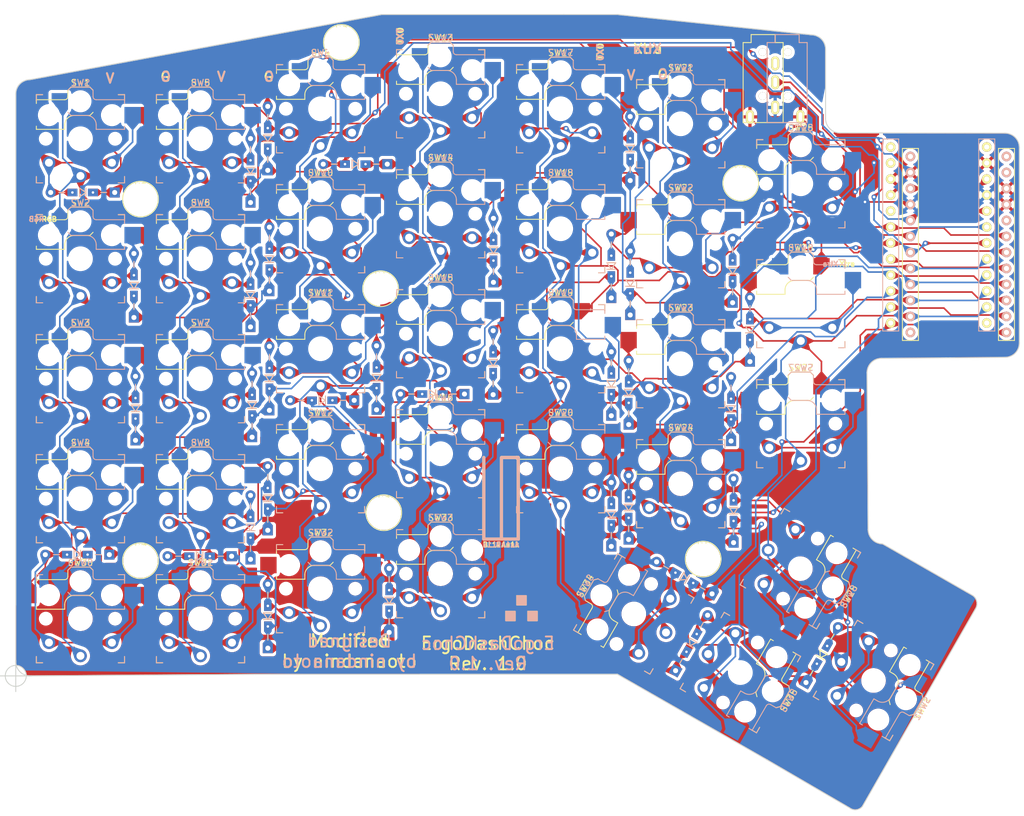
<source format=kicad_pcb>
(kicad_pcb (version 20240108) (generator "pcbnew") (generator_version "8.0")
  (title_block (title "ErgoDash Rev2") (date "2018-06-07") (rev "2.0") (company "Omkbd"))
  (layers (0 "F.Cu" signal) (31 "B.Cu" signal) (34 "B.Paste" user) (35 "F.Paste" user) (36 "B.SilkS" user "B.Silkscreen") (37 "F.SilkS" user "F.Silkscreen") (38 "B.Mask" user) (39 "F.Mask" user) (44 "Edge.Cuts" user))
  (net 0 "")
  (net 1 "/row0")
  (net 2 "/row1")
  (net 3 "Net-(D1-A)")
  (net 4 "/row2")
  (net 5 "Net-(D2-A)")
  (net 6 "/row3")
  (net 7 "Net-(D3-A)")
  (net 8 "Net-(D4-A)")
  (net 9 "Net-(D5-A)")
  (net 10 "Net-(D6-A)")
  (net 11 "Net-(D7-A)")
  (net 12 "Net-(D8-A)")
  (net 13 "Net-(D9-A)")
  (net 14 "Net-(D10-A)")
  (net 15 "Net-(D11-A)")
  (net 16 "Net-(D12-A)")
  (net 17 "Net-(D13-A)")
  (net 18 "Net-(D14-A)")
  (net 19 "Net-(D15-A)")
  (net 20 "Net-(D16-A)")
  (net 21 "Net-(D17-A)")
  (net 22 "Net-(D18-A)")
  (net 23 "Net-(D19-A)")
  (net 24 "Net-(D20-A)")
  (net 25 "Net-(D21-A)")
  (net 26 "Net-(D22-A)")
  (net 27 "Net-(D23-A)")
  (net 28 "Net-(D24-A)")
  (net 29 "Net-(D25-A)")
  (net 30 "Net-(D26-A)")
  (net 31 "Net-(D27-A)")
  (net 32 "/xtradata")
  (net 33 "GND")
  (net 34 "VCC")
  (net 35 "/col0")
  (net 36 "/col1")
  (net 37 "/col2")
  (net 38 "/col3")
  (net 39 "/col4")
  (net 40 "/col5")
  (net 41 "/col6")
  (net 42 "/rst")
  (net 43 "Net-(D28-A)")
  (net 44 "/row4")
  (net 45 "Net-(D29-A)")
  (net 46 "Net-(D30-A)")
  (net 47 "Net-(D31-A)")
  (net 48 "Net-(D32-A)")
  (net 49 "Net-(D33-A)")
  (net 50 "Net-(D34-A)")
  (net 51 "Net-(D68-A)")
  (net 52 "/Audio")
  (net 57 "/sda{slash}uart")
  (footprint "library:hole" (layer "F.Cu") (at 134.62 81.788)
    (property "Reference" "U1")
    (property "Value" "HOLE")
  )
  (footprint "library:hole" (layer "F.Cu") (at 191.77 65.024)
    (property "Reference" "U2")
    (property "Value" "HOLE")
  )
  (footprint "library:hole" (layer "F.Cu") (at 185.801 124.714)
    (property "Reference" "U4")
    (property "Value" "HOLE")
  )
  (footprint "library:hole" (layer "F.Cu") (at 96.52 67.564)
    (property "Reference" "U5")
    (property "Value" "HOLE")
  )
  (footprint "library:hole" (layer "F.Cu") (at 96.52 124.968)
    (property "Reference" "U7")
    (property "Value" "HOLE")
  )
  (footprint "library:trrs_jack2" (layer "F.Cu") (at 197.228 42.706 -90)
    (property "Reference" "J1" (hide yes))
    (property "Value" "5PIN")
  )
  (footprint "library:hole" (layer "F.Cu") (at 135.128 117.348)
    (property "Reference" "U8")
    (property "Value" "HOLE")
  )
  (footprint "library:hole" (layer "F.Cu") (at 128.397 42.672)
    (property "Reference" "U9")
    (property "Value" "HOLE")
  )
  (footprint "library:ProMicro_rev" (layer "F.Cu") (at 223.1784 73.256)
    (property "Reference" "U3" (hide yes))
    (property "Value" "ProMicro" (hide yes))
  )
  (footprint "library:Diode_SMD_THT2" (layer "F.Cu") (at 202.123 144.317 60)
    (property "Reference" "D68" (hide yes))
    (property "Value" "D")
  )
  (footprint "KeySwitchFootpring:Kailh_socket_PG1350_optional_reversible" (layer "F.Cu") (at 106.045 57.9755)
    (property "Reference" "SW5")
    (property "Value" "SW_PUSH")
  )
  (footprint "KeySwitchFootpring:Kailh_socket_PG1350_optional_reversible" (layer "F.Cu") (at 106.045 77.0255)
    (property "Reference" "SW6")
    (property "Value" "SW_PUSH")
  )
  (footprint "KeySwitchFootpring:Kailh_socket_PG1350_optional_reversible" (layer "F.Cu") (at 106.045 96.0755)
    (property "Reference" "SW7")
    (property "Value" "SW_PUSH")
  )
  (footprint "KeySwitchFootpring:Kailh_socket_PG1350_optional_reversible" (layer "F.Cu") (at 106.045 115.1255)
    (property "Reference" "SW8")
    (property "Value" "SW_PUSH")
  )
  (footprint "KeySwitchFootpring:Kailh_socket_PG1350_optional_reversible" (layer "F.Cu") (at 125.095 110.363)
    (property "Reference" "SW12")
    (property "Value" "SW_PUSH")
  )
  (footprint "KeySwitchFootpring:Kailh_socket_PG1350_optional_reversible" (layer "F.Cu") (at 144.145 50.8317)
    (property "Reference" "SW13")
    (property "Value" "SW_PUSH")
  )
  (footprint "KeySwitchFootpring:Kailh_socket_PG1350_optional_reversible" (layer "F.Cu") (at 144.145 69.8817)
    (property "Reference" "SW14")
    (property "Value" "SW_PUSH")
  )
  (footprint "KeySwitchFootpring:Kailh_socket_PG1350_optional_reversible" (layer "F.Cu") (at 144.145 88.9317)
    (property "Reference" "SW15")
    (property "Value" "SW_PUSH")
  )
  (footprint "KeySwitchFootpring:Kailh_socket_PG1350_optional_reversible" (layer "F.Cu") (at 144.145 107.9817)
    (property "Reference" "SW16")
    (property "Value" "SW_PUSH")
  )
  (footprint "KeySwitchFootpring:Kailh_socket_PG1350_optional_reversible" (layer "F.Cu") (at 163.195 53.213)
    (property "Reference" "SW17")
    (property "Value" "SW_PUSH")
  )
  (footprint "KeySwitchFootpring:Kailh_socket_PG1350_optional_reversible" (layer "F.Cu") (at 163.195 72.263)
    (property "Reference" "SW18")
    (property "Value" "SW_PUSH")
  )
  (footprint "KeySwitchFootpring:Kailh_socket_PG1350_optional_reversible" (layer "F.Cu") (at 163.195 91.313)
    (property "Reference" "SW19")
    (property "Value" "SW_PUSH")
  )
  (footprint "KeySwitchFootpring:Kailh_socket_PG1350_optional_reversible" (layer "F.Cu") (at 163.195 110.363)
    (property "Reference" "SW20")
    (property "Value" "SW_PUSH")
  )
  (footprint "KeySwitchFootpring:Kailh_socket_PG1350_optional_reversible" (layer "F.Cu") (at 182.245 55.5942)
    (property "Reference" "SW21")
    (property "Value" "SW_PUSH")
  )
  (footprint "KeySwitchFootpring:Kailh_socket_PG1350_optional_reversible" (layer "F.Cu") (at 201.295 65.1192)
    (property "Reference" "SW25")
    (property "Value" "SW_PUSH")
  )
  (footprint "KeySwitchFootpring:Kailh_socket_PG1350_optional_reversible" (layer "F.Cu") (at 201.295 84.1692)
    (property "Reference" "SW26")
    (property "Value" "SW_PUSH")
  )
  (footprint "KeySwitchFootpring:Kailh_socket_PG1350_optional_reversible" (layer "F.Cu") (at 201.295 103.2192)
    (property "Reference" "SW27")
    (property "Value" "SW_PUSH")
  )
  (footprint "KeySwitchFootpring:Kailh_socket_PG1350_optional_reversible" (layer "F.Cu") (at 201.23 126.2309 -120)
    (property "Reference" "SW28")
    (property "Value" "SW_PUSH")
  )
  (footprint "KeySwitchFootpring:Kailh_socket_PG1350_optional_reversible" (layer "F.Cu") (at 106.045 134.1755)
    (property "Reference" "SW31")
    (property "Value" "SW_PUSH")
  )
  (footprint "KeySwitchFootpring:Kailh_socket_PG1350_optional_reversible" (layer "F.Cu") (at 174.792 133.4252 60)
    (property "Reference" "SW34")
    (property "Value" "SW_PUSH")
  )
  (footprint "KeySwitchFootpring:Kailh_socket_PG1350_optional_reversible" (layer "F.Cu") (at 191.705 142.7289 -120)
    (property "Reference" "SW35")
    (property "Value" "SW_PUSH")
  )
  (footprint "KeySwitchFootpring:Kailh_socket_PG1350_optional_reversible" (layer "F.Cu") (at 212.838 143.986 -120)
    (property "Reference" "SW41")
    (property "Value" "SW_PUSH")
  )
  (footprint "library:Diode_SMD_THT3" (layer "F.Cu") (at 92.428 66.506 180)
    (property "Reference" "D1" (hide yes))
    (property "Value" "D")
  )
  (footprint "library:Diode_SMD_THT3" (layer "F.Cu") (at 95.478 86.356 90)
    (property "Reference" "D2" (hide yes))
    (property "Value" "D")
  )
  (footprint "library:Diode_SMD_THT3" (layer "F.Cu") (at 95.728 105.856 90)
    (property "Reference" "D3" (hide yes))
    (property "Value" "D")
  )
  (footprint "library:Diode_SMD_THT3" (layer "F.Cu") (at 113.978 124.756 90)
    (property "Reference" "D4" (hide yes))
    (property "Value" "D")
  )
  (footprint "library:Diode_SMD_THT3" (layer "F.Cu") (at 113.978 68.106 90)
    (property "Reference" "D5" (hide yes))
    (property "Value" "D")
  )
  (footprint "library:Diode_SMD_THT3" (layer "F.Cu") (at 113.978 87.856 90)
    (property "Reference" "D6" (hide yes))
    (property "Value" "D")
  )
  (footprint "library:Diode_SMD_THT3" (layer "F.Cu") (at 114.228 105.356 90)
    (property "Reference" "D7" (hide yes))
    (property "Value" "D")
  )
  (footprint "library:Diode_SMD_THT3" (layer "F.Cu") (at 116.713 120.142 90)
    (property "Reference" "D8" (hide yes))
    (property "Value" "D")
  )
  (footprint "library:Diode_SMD_THT3" (layer "F.Cu") (at 116.713 62.992 90)
    (property "Reference" "D9" (hide yes))
    (property "Value" "D")
  )
  (footprint "library:Diode_SMD_THT3" (layer "F.Cu") (at 116.978 82.169 90)
    (property "Reference" "D10" (hide yes))
    (property "Value" "D")
  )
  (footprint "library:Diode_SMD_THT3" (layer "F.Cu") (at 116.978 101.092 90)
    (property "Reference" "D11" (hide yes))
    (property "Value" "D")
  )
  (footprint "library:Diode_SMD_THT3" (layer "F.Cu") (at 130.428 99.506 180)
    (property "Reference" "D12" (hide yes))
    (property "Value" "D")
  )
  (footprint "library:Diode_SMD_THT3" (layer "F.Cu") (at 135.678 62.006 180)
    (property "Reference" "D13" (hide yes))
    (property "Value" "D")
  )
  (footprint "library:Diode_SMD_THT3" (layer "F.Cu") (at 152.527 80.772 90)
    (property "Reference" "D14" (hide yes))
    (property "Value" "D")
  )
  (footprint "library:Diode_SMD_THT3" (layer "F.Cu") (at 147.928 98.506 180)
    (property "Reference" "D16" (hide yes))
    (property "Value" "D")
  )
  (footprint "library:Diode_SMD_THT3" (layer "F.Cu") (at 174.228 64.606 90)
    (property "Reference" "D17" (hide yes))
    (property "Value" "D")
  )
  (footprint "library:Diode_SMD_THT3" (layer "F.Cu") (at 152.478 98.606 90)
    (property "Reference" "D19" (hide yes))
    (property "Value" "D")
  )
  (footprint "library:Diode_SMD_THT3" (layer "F.Cu") (at 171.228 122.706 90)
    (property "Reference" "D20" (hide yes))
    (property "Value" "D")
  )
  (footprint "library:Diode_SMD_THT3" (layer "F.Cu") (at 174.228 85.956 90)
    (property "Reference" "D21" (hide yes))
    (property "Value" "D")
  )
  (footprint "library:Diode_SMD_THT3" (layer "F.Cu") (at 171.228 83.256 90)
    (property "Reference" "D22" (hide yes))
    (property "Value" "D")
  )
  (footprint "library:Diode_SMD_THT3" (layer "F.Cu") (at 173.99 103.356 90)
    (property "Reference" "D23" (hide yes))
    (property "Value" "D")
  )
  (footprint "library:Diode_SMD_THT3" (layer "F.Cu") (at 173.978 121.606 90)
    (property "Reference" "D24" (hide yes))
    (property "Value" "D")
  )
  (footprint "library:Diode_SMD_THT3" (layer "F.Cu") (at 190.478 84.006 90)
    (property "Reference" "D25" (hide yes))
    (property "Value" "D")
  )
  (footprint "library:Diode_SMD_THT3" (layer "F.Cu") (at 193.228 93.356 90)
    (property "Reference" "D26" (hide yes))
    (property "Value" "D")
  )
  (footprint "library:Diode_SMD_THT3" (layer "F.Cu") (at 190.228 105.966 90)
    (property "Reference" "D27" (hide yes))
    (property "Value" "D")
  )
  (footprint "library:Diode_SMD_THT3" (layer "F.Cu") (at 190.627 122.106 90)
    (property "Reference" "D28" (hide yes))
    (property "Value" "D")
  )
  (footprint "library:Diode_SMD_THT3" (layer "F.Cu") (at 91.578 124.006 180)
    (property "Reference" "D29" (hide yes))
    (property "Value" "D")
  )
  (footprint "library:Diode_SMD_THT3" (layer "F.Cu") (at 110.978 124.256 180)
    (property "Reference" "D30" (hide yes))
    (property "Value" "D")
  )
  (footprint "library:Diode_SMD_THT3" (layer "F.Cu") (at 116.728 138.856 90)
    (property "Reference" "D31" (hide yes))
    (property "Value" "D")
  )
  (footprint "library:Diode_SMD_THT3" (layer "F.Cu") (at 187.2158 130.231 150)
    (property "Reference" "D33" (hide yes))
    (property "Value" "D")
  )
  (footprint "library:Diode_SMD_THT3" (layer "F.Cu") (at 181.428 142.42273 60)
    (property "Reference" "D34" (hide yes))
    (property "Value" "D")
  )
  (footprint "library:Diode_SMD_THT3" (layer "F.Cu") (at 135.978 136.356 90)
    (property "Reference" "D32" (hide yes))
    (property "Value" "D")
  )
  (footprint "library:Diode_SMD_THT3" (layer "F.Cu") (at 133.978 101.006 90)
    (property "Reference" "D15" (hide yes))
    (property "Value" "D")
  )
  (footprint "library:Diode_SMD_THT3" (layer "F.Cu") (at 171.228 101.956 90)
    (property "Reference" "D18" (hide yes))
    (property "Value" "D")
  )
  (footprint "library:ProMicro_rev" (layer "B.Cu") (at 226.3084 74.756 180)
    (property "Reference" "U6" (hide yes))
    (property "Value" "ProMicro" (hide yes))
  )
  (footprint "KeySwitchFootpring:Kailh_socket_PG1350_optional_reversible" (layer "B.Cu") (at 86.995 57.9755 180)
    (property "Reference" "SW1")
    (property "Value" "SW_PUSH")
  )
  (footprint "KeySwitchFootpring:Kailh_socket_PG1350_optional_reversible" (layer "B.Cu") (at 86.995 77.0255 180)
    (property "Reference" "SW2")
    (property "Value" "SW_PUSH")
  )
  (footprint "KeySwitchFootpring:Kailh_socket_PG1350_optional_reversible" (layer "B.Cu") (at 86.995 96.0755 180)
    (property "Reference" "SW3")
    (property "Value" "SW_PUSH")
  )
  (footprint "KeySwitchFootpring:Kailh_socket_PG1350_optional_reversible" (layer "B.Cu") (at 86.995 115.1255 180)
    (property "Reference" "SW4")
    (property "Value" "SW_PUSH")
  )
  (footprint "KeySwitchFootpring:Kailh_socket_PG1350_optional_reversible" (layer "B.Cu") (at 125.095 53.213 180)
    (property "Reference" "SW9")
    (property "Value" "SW_PUSH")
  )
  (footprint "KeySwitchFootpring:Kailh_socket_PG1350_optional_reversible" (layer "B.Cu") (at 125.095 72.263 180)
    (property "Reference" "SW10")
    (property "Value" "SW_PUSH")
  )
  (footprint "KeySwitchFootpring:Kailh_socket_PG1350_optional_reversible" (layer "B.Cu") (at 125.095 91.313 180)
    (property "Reference" "SW11")
    (property "Value" "SW_PUSH")
  )
  (footprint "KeySwitchFootpring:Kailh_socket_PG1350_optional_reversible" (layer "B.Cu") (at 182.245 74.6442 180)
    (property "Reference" "SW22")
    (property "Value" "SW_PUSH")
  )
  (footprint "KeySwitchFootpring:Kailh_socket_PG1350_optional_reversible" (layer "B.Cu") (at 182.245 93.6942 180)
    (property "Reference" "SW23")
    (property "Value" "SW_PUSH")
  )
  (footprint "KeySwitchFootpring:Kailh_socket_PG1350_optional_reversible" (layer "B.Cu") (at 182.245 112.7442 180)
    (property "Reference" "SW24")
    (property "Value" "SW_PUSH")
  )
  (footprint "KeySwitchFootpring:Kailh_socket_PG1350_optional_reversible" (layer "B.Cu") (at 86.995 134.1755 180)
    (property "Reference" "SW30")
    (property "Value" "SW_PUSH")
  )
  (footprint "KeySwitchFootpring:Kailh_socket_PG1350_optional_reversible" (layer "B.Cu") (at 125.095 129.413 180)
    (property "Reference" "SW32")
    (property "Value" "SW_PUSH")
  )
  (footprint "KeySwitchFootpring:Kailh_socket_PG1350_optional_reversible" (layer "B.Cu") (at 144.145 127.0317 180)
    (property "Reference" "SW33")
    (property "Value" "SW_PUSH")
  )
  (gr_line (start 153.919961 108.585147) (end 156.459961 108.585147) (stroke (width 0.5)) (layer "B.SilkS"))
  (gr_line (start 153.919961 121.539147) (end 156.459961 121.539147) (stroke (width 0.5)) (layer "B.SilkS"))
  (gr_line (start 156.459961 121.539147) (end 156.459961 108.585147) (stroke (width 0.5)) (layer "B.SilkS"))
  (gr_line (start 153.797 108.585) (end 153.797 121.539) (stroke (width 0.5)) (layer "B.SilkS"))
  (gr_line (start 151.003 121.539) (end 153.924 121.539) (stroke (width 0.5)) (layer "B.SilkS"))
  (gr_line (start 151.003 108.585) (end 151.003 121.539) (stroke (width 0.5)) (layer "B.SilkS"))
  (gr_rect (start 157.978 133.006) (end 159.478 134.506) (stroke (width 0.15)) (fill solid) (layer "B.SilkS"))
  (gr_rect (start 154.478 133.006) (end 155.978 134.506) (stroke (width 0.15)) (fill solid) (layer "B.SilkS"))
  (gr_rect (start 156.228 130.506) (end 157.728 132.006) (stroke (width 0.15)) (fill solid) (layer "B.SilkS"))
  (gr_line (start 151.003 121.539) (end 151.003 108.585) (stroke (width 0.5)) (layer "F.SilkS"))
  (gr_line (start 151.003 121.539) (end 156.464 121.539) (stroke (width 0.5)) (layer "F.SilkS"))
  (gr_line (start 153.924 108.585) (end 156.464 108.585) (stroke (width 0.5)) (layer "F.SilkS"))
  (gr_rect (start 157.978 133.006) (end 159.478 134.506) (stroke (width 0.15)) (fill solid) (layer "F.SilkS"))
  (gr_rect (start 154.478 133.006) (end 155.978 134.506) (stroke (width 0.15)) (fill solid) (layer "F.SilkS"))
  (gr_line (start 156.464 108.585) (end 156.464 121.539) (stroke (width 0.5)) (layer "F.SilkS"))
  (gr_line (start 153.797 121.539) (end 153.797 108.585) (stroke (width 0.5)) (layer "F.SilkS"))
  (gr_rect (start 156.228 130.506) (end 157.728 132.006) (stroke (width 0.15)) (fill solid) (layer "F.SilkS"))
  (gr_arc (start 233.692 57.086446) (mid 235.30846 57.755986) (end 235.978 59.372446) (stroke (width 0.15)) (layer "Edge.Cuts"))
  (gr_arc (start 202.942 41.47) (mid 204.558446 42.139554) (end 205.228 43.756) (stroke (width 0.15)) (layer "Edge.Cuts"))
  (gr_line (start 163.684 38.256) (end 172.296 38.256) (stroke (width 0.15)) (layer "Edge.Cuts"))
  (gr_line (start 207.514 57.042) (end 233.692 57.086446) (stroke (width 0.15)) (layer "Edge.Cuts"))
  (gr_arc (start 214.264 122.292) (mid 212.647554 121.622446) (end 211.978 120.006) (stroke (width 0.15)) (layer "Edge.Cuts"))
  (gr_arc (start 211.808446 95.122446) (mid 212.478 93.506) (end 214.094446 92.836446) (stroke (width 0.15)) (layer "Edge.Cuts"))
  (gr_line (start 211.808446 95.122446) (end 211.978 120.006) (stroke (width 0.15)) (layer "Edge.Cuts"))
  (gr_arc (start 78.978 143.256) (mid 77.38701 142.59699) (end 76.728 141.006) (stroke (width 0.15)) (layer "Edge.Cuts"))
  (gr_line (start 76.728 141.006) (end 76.728001 50.872446) (stroke (width 0.15)) (layer "Edge.Cuts"))
  (gr_line (start 172.296 38.256) (end 202.942 41.47) (stroke (width 0.15)) (layer "Edge.Cuts"))
  (gr_line (start 233.692 92.675554) (end 214.094446 92.836446) (stroke (width 0.15)) (layer "Edge.Cuts"))
  (gr_arc (start 228.590356 130.506) (mid 229.228 131.506592) (end 228.971356 132.665) (stroke (width 0.15)) (layer "Edge.Cuts"))
  (gr_line (start 205.228 54.756) (end 205.228 43.756) (stroke (width 0.15)) (layer "Edge.Cuts"))
  (gr_line (start 172.212 143.002) (end 195.961 156.591) (stroke (width 0.15)) (layer "Edge.Cuts"))
  (gr_arc (start 76.728001 50.872446) (mid 77.397555 49.256001) (end 79.014 48.586447) (stroke (width 0.15)) (layer "Edge.Cuts"))
  (gr_line (start 211.074 163.957) (end 228.971356 132.665) (stroke (width 0.15)) (layer "Edge.Cuts"))
  (gr_line (start 134.728 38.256) (end 79.014 48.586446) (stroke (width 0.15)) (layer "Edge.Cuts"))
  (gr_line (start 134.728 38.256) (end 163.684 38.256) (stroke (width 0.15)) (layer "Edge.Cuts"))
  (gr_line (start 78.978 143.256) (end 114.808 143.002) (stroke (width 0.15)) (layer "Edge.Cuts"))
  (gr_line (start 114.808 143.002) (end 172.212 143.002) (stroke (width 0.15)) (layer "Edge.Cuts"))
  (gr_line (start 195.961 156.591) (end 209.042 164.211) (stroke (width 0.15)) (layer "Edge.Cuts"))
  (gr_arc (start 207.514 57.042) (mid 205.897554 56.372446) (end 205.228 54.756) (stroke (width 0.15)) (layer "Edge.Cuts"))
  (gr_arc (start 235.978 90.389554) (mid 235.30846 92.006014) (end 233.692 92.675554) (stroke (width 0.15)) (layer "Edge.Cuts"))
  (gr_arc (start 211.074 163.957) (mid 210.110605 164.504841) (end 209.042 164.211) (stroke (width 0.15)) (layer "Edge.Cuts"))
  (gr_line (start 214.264 122.292) (end 228.590356 130.506) (stroke (width 0.15)) (layer "Edge.Cuts"))
  (gr_line (start 235.978 59.372446) (end 235.978 90.389554) (stroke (width 0.15)) (layer "Edge.Cuts"))
  (gr_text "Designed\nby nindanaoto" (at 129.667 139.319 0) (layer "B.SilkS") (effects (font (size 2 2) (thickness 0.3)) (justify mirror)))
  (gr_text "G" (at 116.967 48.133 0) (layer "B.SilkS") (effects (font (size 1.5 1.5) (thickness 0.3)) (justify mirror)))
  (gr_text "BL1k" (at 152.273 122.428 0) (layer "B.SilkS") (effects (font (size 0.8 0.8) (thickness 0.2)) (justify mirror)))
  (gr_text "TX0" (at 137.728 41.756 90) (layer "B.SilkS") (effects (font (size 1 1) (thickness 0.25)) (justify mirror)))
  (gr_text "RGB" (at 80.01 70.739 0) (layer "B.SilkS") (effects (font (size 0.8 0.8) (thickness 0.2)) (justify mirror)))
  (gr_text "V" (at 174.371 47.879 0) (layer "B.SilkS") (effects (font (size 1.5 1.5) (thickness 0.3))))
  (gr_text "V" (at 91.694 48.387 0) (layer "B.SilkS") (effects (font (size 1.5 1.5) (thickness 0.3))))
  (gr_text "TX0" (at 169.478 44.256 90) (layer "B.SilkS") (effects (font (size 1 1) (thickness 0.25)) (justify mirror)))
  (gr_text "G" (at 179.451 47.752 0) (layer "B.SilkS") (effects (font (size 1.5 1.5) (thickness 0.3)) (justify mirror)))
  (gr_text "Xtra" (at 176.911 43.688 0) (layer "B.SilkS") (effects (font (size 1.5 1.5) (thickness 0.3)) (justify mirror)))
  (gr_text "G" (at 100.584 48.133 0) (layer "B.SilkS") (effects (font (size 1.5 1.5) (thickness 0.3)) (justify mirror)))
  (gr_text "Xtra" (at 205.994 77.851 0) (layer "B.SilkS") (effects (font (size 0.8 0.8) (thickness 0.2)) (justify mirror)))
  (gr_text "Au1k" (at 155.194 122.428 0) (layer "B.SilkS") (effects (font (size 0.8 0.8) (thickness 0.2)) (justify mirror)))
  (gr_text "V" (at 109.347 48.133 0) (layer "B.SilkS") (effects (font (size 1.5 1.5) (thickness 0.3))))
  (gr_text "ErgoDashChoc\nRev. 1.0" (at 151.638 139.7 0) (layer "B.SilkS") (effects (font (size 2 2) (thickness 0.3)) (justify mirror)))
  (gr_text "Au1k" (at 155.194 122.428 0) (layer "F.SilkS") (effects (font (size 0.8 0.8) (thickness 0.2))))
  (gr_text "Modified\nby nindanaoto" (at 129.667 139.319 0) (layer "F.SilkS") (effects (font (size 2 2) (thickness 0.3))))
  (gr_text "BL1k" (at 152.273 122.428 0) (layer "F.SilkS") (effects (font (size 0.8 0.8) (thickness 0.2))))
  (gr_text "V" (at 174.371 47.879 0) (layer "F.SilkS") (effects (font (size 1.5 1.5) (thickness 0.3))))
  (gr_text "V" (at 91.694 48.387 0) (layer "F.SilkS") (effects (font (size 1.5 1.5) (thickness 0.3)) (justify mirror)))
  (gr_text "RGB" (at 82.042 70.739 0) (layer "F.SilkS") (effects (font (size 0.8 0.8) (thickness 0.2))))
  (gr_text "ErgoDashChoc\nRev. 1.0" (at 151.638 139.7 0) (layer "F.SilkS") (effects (font (size 2 2) (thickness 0.3))))
  (gr_text "TX0" (at 137.728 41.629 90) (layer "F.SilkS") (effects (font (size 1 1) (thickness 0.25))))
  (gr_text "V" (at 109.347 48.133 0) (layer "F.SilkS") (effects (font (size 1.5 1.5) (thickness 0.3))))
  (gr_text "G" (at 116.84 48.133 0) (layer "F.SilkS") (effects (font (size 1.5 1.5) (thickness 0.3))))
  (gr_text "Xtra" (at 208.661 77.851 0) (layer "F.SilkS") (effects (font (size 0.8 0.8) (thickness 0.2))))
  (gr_text "G" (at 179.324 47.752 0) (layer "F.SilkS") (effects (font (size 1.5 1.5) (thickness 0.3))))
  (gr_text "G" (at 100.457 48.133 0) (layer "F.SilkS") (effects (font (size 1.5 1.5) (thickness 0.3))))
  (gr_text "Xtra" (at 177.038 43.688 0) (layer "F.SilkS") (effects (font (size 1.5 1.5) (thickness 0.3))))
  (gr_text "TX0" (at 169.478 44.129 90) (layer "F.SilkS") (effects (font (size 1 1) (thickness 0.25))))
  (target plus (at 76.728 143.256) (size 5) (width 0.15) (layer "Edge.Cuts"))
  (segment (start 149.031 71.3653) (end 144.285 66.6196) (width 0.254) (layer "F.Cu") (net 1))
  (segment (start 132.228 62.9887) (end 132.014 63.2025) (width 0.254) (layer "F.Cu") (net 1))
  (segment (start 215.5584 74.526) (end 215.4552 74.6292) (width 0.254) (layer "F.Cu") (net 1))
  (segment (start 92.428 66.506) (end 88.978 66.506) (width 0.254) (layer "F.Cu") (net 1))
  (segment (start 221.1959 75.796) (end 233.6984 75.796) (width 0.254) (layer "F.Cu") (net 1))
  (segment (start 233.6984 75.796) (end 233.9284 76.026) (width 0.254) (layer "F.Cu") (net 1))
  (segment (start 203.288 75.5767) (end 194.275 75.5767) (width 0.254) (layer "F.Cu") (net 1))
  (segment (start 143.817 66.6196) (end 139.203 62.006) (width 0.254) (layer "F.Cu") (net 1))
  (segment (start 132.228 62.006) (end 135.678 62.006) (width 0.254) (layer "F.Cu") (net 1))
  (segment (start 101.776 64.3837) (end 94.5503 64.3837) (width 0.254) (layer "F.Cu") (net 1))
  (segment (start 151.129 69.1498) (end 151.129 70.4963) (width 0.254) (layer "F.Cu") (net 1))
  (segment (start 113.978 64.656) (end 110.448 64.656) (width 0.254) (layer "F.Cu") (net 1))
  (segment (start 132.228 62.006) (end 132.228 62.9887) (width 0.254) (layer "F.Cu") (net 1))
  (segment (start 215.7233 74.6909) (end 220.0908 74.6909) (width 0.254) (layer "F.Cu") (net 1))
  (segment (start 117.896 62.992) (end 116.713 62.992) (width 0.254) (layer "F.Cu") (net 1))
  (segment (start 174.228 64.606) (end 173.045 64.606) (width 0.254) (layer "F.Cu") (net 1))
  (segment (start 172.601 64.1614) (end 156.117 64.1614) (width 0.254) (layer "F.Cu") (net 1))
  (segment (start 108.236 62.4436) (end 103.716 62.4436) (width 0.254) (layer "F.Cu") (net 1))
  (segment (start 139.203 62.006) (end 135.678 62.006) (width 0.254) (layer "F.Cu") (net 1))
  (segment (start 151.129 70.4963) (end 150.26 71.3653) (width 0.254) (layer "F.Cu") (net 1))
  (segment (start 194.275 75.5767) (end 190.478 79.3733) (width 0.254) (layer "F.Cu") (net 1))
  (segment (start 215.4552 74.6292) (end 212.3748 74.6292) (width 0.254) (layer "F.Cu") (net 1))
  (segment (start 173.045 64.606) (end 172.601 64.1614) (width 0.254) (layer "F.Cu") (net 1))
  (segment (start 176.711 84.006) (end 190.478 84.006) (width 0.254) (layer "F.Cu") (net 1))
  (segment (start 132.014 63.2025) (end 118.106 63.2025) (width 0.254) (layer "F.Cu") (net 1))
  (segment (start 220.0908 74.6909) (end 221.1959 75.796) (width 0.254) (layer "F.Cu") (net 1))
  (segment (start 212.3748 74.6292) (end 211.731 75.273) (width 0.254) (layer "F.Cu") (net 1))
  (segment (start 190.478 79.3733) (end 190.478 80.556) (width 0.254) (layer "F.Cu") (net 1))
  (segment (start 150.26 71.3653) (end 149.031 71.3653) (width 0.254) (layer "F.Cu") (net 1))
  (segment (start 103.716 62.4436) (end 101.776 64.3837) (width 0.254) (layer "F.Cu") (net 1))
  (segment (start 175.211 82.506) (end 176.711 84.006) (width 0.254) (layer "F.Cu") (net 1))
  (segment (start 110.448 64.656) (end 108.236 62.4436) (width 0.254) (layer "F.Cu") (net 1))
  (segment (start 174.228 82.506) (end 175.211 82.506) (width 0.254) (layer "F.Cu") (net 1))
  (segment (start 211.731 75.273) (end 210.026 75.273) (width 0.254) (layer "F.Cu") (net 1))
  (segment (start 156.117 64.1614) (end 151.129 69.1498) (width 0.254) (layer "F.Cu") (net 1))
  (segment (start 144.285 66.6196) (end 143.817 66.6196) (width 0.254) (layer "F.Cu") (net 1))
  (segment (start 94.5503 64.3837) (end 92.428 66.506) (width 0.254) (layer "F.Cu") (net 1))
  (segment (start 118.106 63.2025) (end 117.896 62.992) (width 0.254) (layer "F.Cu") (net 1))
  (segment (start 215.5584 74.526) (end 215.7233 74.6909) (width 0.254) (layer "F.Cu") (net 1))
  (via (at 203.288 75.5767) (size 0.8) (drill 0.4) (layers "F.Cu" "B.Cu") (net 1))
  (via (at 210.026 75.273) (size 0.8) (drill 0.4) (layers "F.Cu" "B.Cu") (net 1))
  (segment (start 190.478 84.006) (end 190.478 80.556) (width 0.254) (layer "B.Cu") (net 1))
  (segment (start 210.026 75.273) (end 203.591 75.273) (width 0.254) (layer "B.Cu") (net 1))
  (segment (start 173.034 71.4912) (end 174.228 70.2971) (width 0.254) (layer "B.Cu") (net 1))
  (segment (start 115.53 64.0864) (end 115.53 62.992) (width 0.254) (layer "B.Cu") (net 1))
  (segment (start 174.228 64.606) (end 174.228 61.156) (width 0.254) (layer "B.Cu") (net 1))
  (segment (start 173.034 82.2946) (end 173.034 71.4912) (width 0.254) (layer "B.Cu") (net 1))
  (segment (start 174.228 85.956) (end 174.228 82.506) (width 0.254) (layer "B.Cu") (net 1))
  (segment (start 174.228 82.506) (end 173.245 82.506) (width 0.254) (layer "B.Cu") (net 1))
  (segment (start 203.591 75.273) (end 203.288 75.5767) (width 0.254) (layer "B.Cu") (net 1))
  (segment (start 113.978 68.106) (end 113.978 64.656) (width 0.254) (layer "B.Cu") (net 1))
  (segment (start 114.961 64.656) (end 115.53 64.0864) (width 0.254) (layer "B.Cu") (net 1))
  (segment (start 173.245 82.506) (end 173.034 82.2946) (width 0.254) (layer "B.Cu") (net 1))
  (segment (start 113.978 64.656) (end 114.961 64.656) (width 0.254) (layer "B.Cu") (net 1))
  (segment (start 174.228 70.2971) (end 174.228 64.606) (width 0.254) (layer "B.Cu") (net 1))
  (segment (start 115.53 62.992) (end 116.713 62.992) (width 0.254) (layer "B.Cu") (net 1))
  (segment (start 116.713 59.542) (end 116.713 62.992) (width 0.254) (layer "B.Cu") (net 1))
  (segment (start 166.556 91.3837) (end 168.151 92.9787) (width 0.254) (layer "F.Cu") (net 2))
  (segment (start 130.335 79.5684) (end 118.81 79.5684) (width 0.254) (layer "F.Cu") (net 2))
  (segment (start 149.514 77.322) (end 146.546 74.3543) (width 0.254) (layer "F.Cu") (net 2))
  (segment (start 228.7384 79.7709) (end 215.7233 79.7709) (width 0.254) (layer "F.Cu") (net 2))
  (segment (start 131.486 78.417) (end 130.335 79.5684) (width 0.254) (layer "F.Cu") (net 2))
  (segment (start 178.699 96.097) (end 184.926 96.097) (width 0.254) (layer "F.Cu") (net 2))
  (segment (start 233.6984 80.876) (end 229.8435 80.876) (width 0.254) (layer "F.Cu") (net 2))
  (segment (start 168.151 92.9787) (end 171.358 92.9787) (width 0.254) (layer "F.Cu") (net 2))
  (segment (start 188.571 95.6875) (end 190.902 93.356) (width 0.254) (layer "F.Cu") (net 2))
  (segment (start 190.902 93.356) (end 193.228 93.356) (width 0.254) (layer "F.Cu") (net 2))
  (segment (start 111.045 86.356) (end 95.478 86.356) (width 0.254) (layer "F.Cu") (net 2))
  (segment (start 176.617 96.0399) (end 178.642 96.0399) (width 0.254) (layer "F.Cu") (net 2))
  (segment (start 161.006 80.772) (end 152.527 80.772) (width 0.254) (layer "F.Cu") (net 2))
  (segment (start 161.006 86.1898) (end 162.867 88.0509) (width 0.254) (layer "F.Cu") (net 2))
  (segment (start 174.151 98.506) (end 175.999 96.6583) (width 0.254) (layer "F.Cu") (net 2))
  (segment (start 229.8435 80.876) (end 228.7384 79.7709) (width 0.254) (layer "F.Cu") (net 2))
  (segment (start 113.978 84.406) (end 112.995 84.406) (width 0.254) (layer "F.Cu") (net 2))
  (segment (start 166.556 91.2697) (end 166.556 91.3837) (width 0.254) (layer "F.Cu") (net 2))
  (segment (start 152.527 77.322) (end 149.514 77.322) (width 0.254) (layer "F.Cu") (net 2))
  (segment (start 140.45 74.3543) (end 136.388 78.417) (width 0.254) (layer "F.Cu") (net 2))
  (segment (start 146.546 74.3543) (end 140.45 74.3543) (width 0.254) (layer "F.Cu") (net 2))
  (segment (start 161.006 80.772) (end 161.006 86.1898) (width 0.254) (layer "F.Cu") (net 2))
  (segment (start 233.9284 81.106) (end 233.6984 80.876) (width 0.254) (layer "F.Cu") (net 2))
  (segment (start 136.388 78.417) (end 131.486 78.417) (width 0.254) (layer "F.Cu") (net 2))
  (segment (start 163.337 88.0509) (end 166.556 91.2697) (width 0.254) (layer "F.Cu") (net 2))
  (segment (start 118.81 79.5684) (end 117.961 78.719) (width 0.254) (layer "F.Cu") (net 2))
  (segment (start 171.228 98.506) (end 174.151 98.506) (width 0.254) (layer "F.Cu") (net 2))
  (segment (start 174.517 95.1763) (end 175.999 96.6583) (width 0.254) (layer "F.Cu") (net 2))
  (segment (start 178.642 96.0399) (end 178.699 96.097) (width 0.254) (layer "F.Cu") (net 2))
  (segment (start 173.555 95.1763) (end 174.517 95.1763) (width 0.254) (layer "F.Cu") (net 2))
  (segment (start 175.999 96.6583) (end 176.617 96.0399) (width 0.254) (layer "F.Cu") (net 2))
  (segment (start 112.995 84.406) (end 111.045 86.356) (width 0.254) (layer "F.Cu") (net 2))
  (segment (start 162.867 88.0509) (end 163.337 88.0509) (width 0.254) (layer "F.Cu") (net 2))
  (segment (start 171.358 92.9787) (end 173.555 95.1763) (width 0.254) (layer "F.Cu") (net 2))
  (segment (start 215.7233 79.7709) (end 215.5584 79.606) (width 0.254) (layer "F.Cu") (net 2))
  (segment (start 170.245 79.806) (end 169.279 80.772) (width 0.254) (layer "F.Cu") (net 2))
  (segment (start 184.926 96.097) (end 185.335 95.6875) (width 0.254) (layer "F.Cu") (net 2))
  (segment (start 117.961 78.719) (end 116.978 78.719) (width 0.254) (layer "F.Cu") (net 2))
  (segment (start 171.228 79.806) (end 170.245 79.806) (width 0.254) (layer "F.Cu") (net 2))
  (segment (start 169.279 80.772) (end 161.006 80.772) (width 0.254) (layer "F.Cu") (net 2))
  (segment (start 185.335 95.6875) (end 188.571 95.6875) (width 0.254) (layer "F.Cu") (net 2))
  (segment (start 195.435 86.5164) (end 202.308 86.5164) (width 0.254) (layer "B.Cu") (net 2))
  (segment (start 193.228 88.7233) (end 195.435 86.5164) (width 0.254) (layer "B.Cu") (net 2))
  (segment (start 115.795 83.5714) (end 115.795 82.169) (width 0.254) (layer "B.Cu") (net 2))
  (segment (start 212.0066 79.1347) (end 215.0871 79.1347) (width 0.254) (layer "B.Cu") (net 2))
  (segment (start 211.118 78.2462) (end 212.0066 79.1347) (width 0.254) (layer "B.Cu") (net 2))
  (segment (start 171.228 79.806) (end 171.228 83.256) (width 0.254) (layer "B.Cu") (net 2))
  (segment (start 114.961 84.406) (end 115.795 83.5714) (width 0.254) (layer "B.Cu") (net 2))
  (segment (start 116.978 78.719) (end 116.978 82.169) (width 0.254) (layer "B.Cu") (net 2))
  (segment (start 113.978 84.406) (end 114.961 84.406) (width 0.254) (layer "B.Cu") (net 2))
  (segment (start 152.527 80.772) (end 152.527 77.322) (width 0.254) (layer "B.Cu") (net 2))
  (segment (start 171.228 101.956) (end 171.228 98.506) (width 0.254) (layer "B.Cu") (net 2))
  (segment (start 203.671 85.1534) (end 203.671 79.9563) (width 0.254) (layer "B.Cu") (net 2))
  (segment (start 113.978 87.856) (end 113.978 84.406) (width 0.254) (layer "B.Cu") (net 2))
  (segment (start 215.0871 79.1347) (end 215.5584 79.606) (width 0.254) (layer "B.Cu") (net 2))
  (segment (start 193.228 89.906) (end 193.228 88.7233) (width 0.254) (layer "B.Cu") (net 2))
  (segment (start 202.308 86.5164) (end 203.671 85.1534) (width 0.254) (layer "B.Cu") (net 2))
  (segment (start 95.478 86.356) (end 95.478 82.906) (width 0.254) (layer "B.Cu") (net 2))
  (segment (start 203.671 79.9563) (end 205.381 78.2462) (width 0.254) (layer "B.Cu") (net 2))
  (segment (start 205.381 78.2462) (end 211.118 78.2462) (width 0.254) (layer "B.Cu") (net 2))
  (segment (start 115.795 82.169) (end 116.978 82.169) (width 0.254) (layer "B.Cu") (net 2))
  (segment (start 193.228 93.356) (end 193.228 89.906) (width 0.254) (layer "B.Cu") (net 2))
  (segment (start 85.718 66.506) (end 82.268 66.506) (width 0.254) (layer "F.Cu") (net 3))
  (segment (start 91.995 61.7755) (end 81.995 61.7755) (width 0.254) (layer "F.Cu") (net 3))
  (segment (start 78.72 54.2255) (end 78.72 58.5005) (width 0.254) (layer "F.Cu") (net 3))
  (segment (start 78.72 58.5005) (end 81.995 61.7755) (width 0.254) (layer "F.Cu") (net 3))
  (segment (start 82.268 66.506) (end 82.268 65.3233) (width 0.254) (layer "B.Cu") (net 3))
  (segment (start 95.27 58.5005) (end 95.27 54.2255) (width 0.254) (layer "B.Cu") (net 3))
  (segment (start 82.268 65.3233) (end 81.995 65.0503) (width 0.254) (layer "B.Cu") (net 3))
  (segment (start 81.995 65.0503) (end 81.995 61.7755) (width 0.254) (layer "B.Cu") (net 3))
  (segment (start 91.995 61.7755) (end 95.27 58.5005) (width 0.254) (layer "B.Cu") (net 3))
  (segment (start 136.378 99.7887) (end 135.161 101.006) (width 0.254) (layer "F.Cu") (net 4))
  (segment (start 189.245 102.516) (end 188.405 103.356) (width 0.254) (layer "F.Cu") (net 4))
  (segment (start 233.6984 83.416) (end 229.5438 83.416) (width 0.254) (layer "F.Cu") (net 4))
  (segment (start 159.77 98.606) (end 152.478 98.606) (width 0.254) (layer "F.Cu") (net 4))
  (segment (start 97.4107 105.356) (end 96.9107 105.856) (width 0.254) (layer "F.Cu") (net 4))
  (segment (start 229.5438 83.416) (end 228.4387 82.3109) (width 0.254) (layer "F.Cu") (net 4))
  (segment (start 233.9284 83.646) (end 233.6984 83.416) (width 0.254) (layer "F.Cu") (net 4))
  (segment (start 188.405 103.356) (end 173.99 103.356) (width 0.254) (layer "F.Cu") (net 4))
  (segment (start 114.228 105.356) (end 97.4107 105.356) (width 0.254) (layer "F.Cu") (net 4))
  (segment (start 150.113 99.7887) (end 136.378 99.7887) (width 0.254) (layer "F.Cu") (net 4))
  (segment (start 169.511 99.906) (end 165.414 95.8087) (width 0.254) (layer "F.Cu") (net 4))
  (segment (start 151.295 98.606) (end 150.113 99.7887) (width 0.254) (layer "F.Cu") (net 4))
  (segment (start 173.99 99.906) (end 169.511 99.906) (width 0.254) (layer "F.Cu") (net 4))
  (segment (start 165.414 95.8087) (end 162.567 95.8087) (width 0.254) (layer "F.Cu") (net 4))
  (segment (start 152.478 98.606) (end 151.295 98.606) (width 0.254) (layer "F.Cu") (net 4))
  (segment (start 96.9107 105.856) (end 95.728 105.856) (width 0.254) (layer "F.Cu") (net 4))
  (segment (start 215.7233 82.3109) (end 215.5584 82.146) (width 0.254) (layer "F.Cu") (net 4))
  (segment (start 190.228 102.516) (end 189.245 102.516) (width 0.254) (layer "F.Cu") (net 4))
  (segment (start 228.4387 82.3109) (end 215.7233 82.3109) (width 0.254) (layer "F.Cu") (net 4))
  (segment (start 135.161 101.006) (end 133.978 101.006) (width 0.254) (layer "F.Cu") (net 4))
  (segment (start 162.567 95.8087) (end 159.77 98.606) (width 0.254) (layer "F.Cu") (net 4))
  (segment (start 152.478 98.606) (end 152.478 95.156) (width 0.254) (layer "B.Cu") (net 4))
  (segment (start 128.081 97.556) (end 126.31 95.7845) (width 0.254) (layer "B.Cu") (net 4))
  (segment (start 206.93 89.379) (end 203.594 89.379) (width 0.254) (layer "B.Cu") (net 4))
  (segment (start 126.31 95.7845) (end 122.319 95.7845) (width 0.254) (layer "B.Cu") (net 4))
  (segment (start 115.795 101.092) (end 116.978 101.092) (width 0.254) (layer "B.Cu") (net 4))
  (segment (start 208.264 88.0452) (end 206.93 89.379) (width 0.254) (layer "B.Cu") (net 4))
  (segment (start 115.211 101.677) (end 115.795 101.092) (width 0.254) (layer "B.Cu") (net 4))
  (segment (start 191.211 102.516) (end 190.228 102.516) (width 0.254) (layer "B.Cu") (net 4))
  (segment (start 190.228 105.966) (end 190.228 102.516) (width 0.254) (layer "B.Cu") (net 4))
  (segment (start 200.702 88.6364) (end 191.211 98.1281) (width 0.254) (layer "B.Cu") (net 4))
  (segment (start 202.851 88.6364) (end 200.702 88.6364) (width 0.254) (layer "B.Cu") (net 4))
  (segment (start 114.228 105.356) (end 114.228 101.906) (width 0.254) (layer "B.Cu") (net 4))
  (segment (start 211.832 83.1509) (end 214.5535 83.1509) (width 0.254) (layer "B.Cu") (net 4))
  (segment (start 208.264 86.7191) (end 208.264 88.0452) (width 0.254) (layer "B.Cu") (net 4))
  (segment (start 133.978 101.006) (end 133.978 97.556) (width 0.254) (layer "B.Cu") (net 4))
  (segment (start 203.594 89.379) (end 202.851 88.6364) (width 0.254) (layer "B.Cu") (net 4))
  (segment (start 95.728 105.856) (end 95.728 102.406) (width 0.254) (layer "B.Cu") (net 4))
  (segment (start 214.5535 83.1509) (end 215.5584 82.146) (width 0.254) (layer "B.Cu") (net 4))
  (segment (start 116.978 97.642) (end 116.978 101.092) (width 0.254) (layer "B.Cu") (net 4))
  (segment (start 211.832 83.1509) (end 208.264 86.7191) (width 0.254) (layer "B.Cu") (net 4))
  (segment (start 114.228 101.906) (end 115.211 101.906) (width 0.254) (layer "B.Cu") (net 4))
  (segment (start 122.319 95.7845) (end 120.462 97.642) (width 0.254) (layer "B.Cu") (net 4))
  (segment (start 191.211 98.1281) (end 191.211 102.516) (width 0.254) (layer "B.Cu") (net 4))
  (segment (start 173.99 103.356) (end 173.99 99.906) (width 0.254) (layer "B.Cu") (net 4))
  (segment (start 120.462 97.642) (end 116.978 97.642) (width 0.254) (layer "B.Cu") (net 4))
  (segment (start 133.978 97.556) (end 128.081 97.556) (width 0.254) (layer "B.Cu") (net 4))
  (segment (start 115.211 101.906) (end 115.211 101.677) (width 0.254) (layer "B.Cu") (net 4))
  (segment (start 93.3158 80.8255) (end 91.995 80.8255) (width 0.254) (layer "F.Cu") (net 5))
  (segment (start 78.72 77.5505) (end 81.995 80.8255) (width 0.254) (layer "F.Cu") (net 5))
  (segment (start 94.4953 79.646) (end 93.3158 80.8255) (width 0.254) (layer "F.Cu") (net 5))
  (segment (start 78.72 73.2755) (end 78.72 77.5505) (width 0.254) (layer "F.Cu") (net 5))
  (segment (start 91.995 80.8255) (end 81.995 80.8255) (width 0.254) (layer "F.Cu") (net 5))
  (segment (start 95.478 79.646) (end 94.4953 79.646) (width 0.254) (layer "F.Cu") (net 5))
  (segment (start 95.478 76.196) (end 95.478 75.0133) (width 0.254) (layer "B.Cu") (net 5))
  (segment (start 95.4229 74.9582) (end 95.27 74.9582) (width 0.254) (layer "B.Cu") (net 5))
  (segment (start 95.478 75.0133) (end 95.4229 74.9582) (width 0.254) (layer "B.Cu") (net 5))
  (segment (start 95.478 79.646) (end 95.478 76.196) (width 0.254) (layer "B.Cu") (net 5))
  (segment (start 95.27 74.9582) (end 95.27 73.2755) (width 0.254) (layer "B.Cu") (net 5))
  (segment (start 143.841 105.079) (end 144.562 105.079) (width 0.254) (layer "F.Cu") (net 6))
  (segment (start 192.954 117.311) (end 191.61 118.656) (width 0.254) (layer "F.Cu") (net 6))
  (segment (start 115.53 120.736) (end 114.961 121.306) (width 0.254) (layer "F.Cu") (net 6))
  (segment (start 167.526 116.971) (end 169.812 116.971) (width 0.254) (layer "F.Cu") (net 6))
  (segment (start 225.1002 85.956) (end 233.6984 85.956) (width 0.254) (layer "F.Cu") (net 6))
  (segment (start 130.428 98.9146) (end 128.752 98.9146) (width 0.254) (layer "F.Cu") (net 6))
  (segment (start 130.428 99.506) (end 130.428 100.689) (width 0.254) (layer "F.Cu") (net 6))
  (segment (start 114.961 121.306) (end 113.978 121.306) (width 0.254) (layer "F.Cu") (net 6))
  (segment (start 137.916 102.049) (end 140.811 102.049) (width 0.254) (layer "F.Cu") (net 6))
  (segment (start 144.562 105.079) (end 155.05 115.568) (width 0.254) (layer "F.Cu") (net 6))
  (segment (start 143.328 96.3733) (end 132.378 96.3733) (width 0.254) (layer "F.Cu") (net 6))
  (segment (start 160.901 115.568) (end 161.7 114.768) (width 0.254) (layer "F.Cu") (net 6))
  (segment (start 132.254 102.196) (end 137.769 102.196) (width 0.254) (layer "F.Cu") (net 6))
  (segment (start 155.05 115.568) (end 160.901 115.568) (width 0.254) (layer "F.Cu") (net 6))
  (segment (start 170.997 118.156) (end 172.211 118.156) (width 0.254) (layer "F.Cu") (net 6))
  (segment (start 175.161 121.606) (end 173.978 121.606) (width 0.254) (layer "F.Cu") (net 6))
  (segment (start 215.7233 84.8509) (end 223.9951 84.8509) (width 0.254) (layer "F.Cu") (net 6))
  (segment (start 215.5584 84.686) (end 215.7233 84.8509) (width 0.254) (layer "F.Cu") (net 6))
  (segment (start 144.478 98.506) (end 144.478 97.5233) (width 0.254) (layer "F.Cu") (net 6))
  (segment (start 128.161 99.506) (end 126.978 99.506) (width 0.254) (layer "F.Cu") (net 6))
  (segment (start 188.878 121.54) (end 175.227 121.54) (width 0.254) (layer "F.Cu") (net 6))
  (segment (start 130.428 98.3233) (end 130.428 98.9146) (width 0.254) (layer "F.Cu") (net 6))
  (segment (start 196.914 117.311) (end 192.954 117.311) (width 0.254) (layer "F.Cu") (net 6))
  (segment (start 130.428 99.506) (end 130.428 98.9146) (width 0.254) (layer "F.Cu") (net 6))
  (segment (start 115.53 120.142) (end 115.53 120.736) (width 0.254) (layer "F.Cu") (net 6))
  (segment (start 116.713 120.142) (end 115.53 120.142) (width 0.254) (layer "F.Cu") (net 6))
  (segment (start 147.928 98.506) (end 144.478 98.506) (width 0.254) (layer "F.Cu") (net 6))
  (segment (start 172.211 118.156) (end 172.211 119.256) (width 0.254) (layer "F.Cu") (net 6))
  (segment (start 140.811 102.049) (end 143.841 105.079) (width 0.254) (layer "F.Cu") (net 6))
  (segment (start 233.6984 85.956) (end 233.9284 86.186) (width 0.254) (layer "F.Cu") (net 6))
  (segment (start 128.752 98.9146) (end 128.161 99.506) (width 0.254) (layer "F.Cu") (net 6))
  (segment (start 137.769 102.196) (end 137.916 102.049) (width 0.254) (layer "F.Cu") (net 6))
  (segment (start 223.9951 84.8509) (end 225.1002 85.956) (width 0.254) (layer "F.Cu") (net 6))
  (segment (start 191.61 118.656) (end 190.627 118.656) (width 0.254) (layer "F.Cu") (net 6))
  (segment (start 124.952 113.898) (end 122.322 113.898) (width 0.254) (layer "F.Cu") (net 6))
  (segment (start 172.211 119.256) (end 171.228 119.256) (width 0.254) (layer "F.Cu") (net 6))
  (segment (start 165.323 114.768) (end 167.526 116.971) (width 0.254) (layer "F.Cu") (net 6))
  (segment (start 130.428 100.689) (end 131.936 102.196) (width 0.254) (layer "F.Cu") (net 6))
  (segment (start 161.7 114.768) (end 165.323 114.768) (width 0.254) (layer "F.Cu") (net 6))
  (segment (start 173.978 118.156) (end 172.211 118.156) (width 0.254) (layer "F.Cu") (net 6))
  (segment (start 189.444 122.106) (end 188.878 121.54) (width 0.254) (layer "F.Cu") (net 6))
  (segment (start 175.227 121.54) (end 175.161 121.606) (width 0.254) (layer "F.Cu") (net 6))
  (segment (start 144.478 97.5233) (end 143.328 96.3733) (width 0.254) (layer "F.Cu") (net 6))
  (segment (start 132.378 96.3733) (end 130.428 98.3233) (width 0.254) (layer "F.Cu") (net 6))
  (segment (start 190.627 122.106) (end 189.444 122.106) (width 0.254) (layer "F.Cu") (net 6))
  (segment (start 132.254 107.584) (end 131.025 108.812) (width 0.254) (layer "F.Cu") (net 6))
  (segment (start 131.936 102.196) (end 132.254 102.196) (width 0.254) (layer "F.Cu") (net 6))
  (segment (start 130.038 108.812) (end 124.952 113.898) (width 0.254) (layer "F.Cu") (net 6))
  (segment (start 132.254 102.196) (end 132.254 107.584) (width 0.254) (layer "F.Cu") (net 6))
  (segment (start 169.812 116.971) (end 170.997 118.156) (width 0.254) (layer "F.Cu") (net 6))
  (segment (start 131.025 108.812) (end 130.038 108.812) (width 0.254) (layer "F.Cu") (net 6))
  (via (at 122.322 113.898) (size 0.8) (drill 0.4) (layers "F.Cu" "B.Cu") (net 6))
  (via (at 196.914 117.311) (size 0.8) (drill 0.4) (layers "F.Cu" "B.Cu") (net 6))
  (segment (start 190.627 122.106) (end 190.627 118.656) (width 0.254) (layer "B.Cu") (net 6))
  (segment (start 213.627 86.6174) (end 215.5584 84.686) (width 0.254) (layer "B.Cu") (net 6))
  (segment (start 203.708 110.516) (end 196.914 117.311) (width 0.254) (layer "B.Cu") (net 6))
  (segment (start 171.228 122.706) (end 171.228 119.256) (width 0.254) (layer "B.Cu") (net 6))
  (segment (start 113.978 124.756) (end 113.978 121.306) (width 0.254) (layer "B.Cu") (net 6))
  (segment (start 213.627 87.9508) (end 203.708 97.8697) (width 0.254) (layer "B.Cu") (net 6))
  (segment (start 116.713 120.142) (end 116.713 116.692) (width 0.254) (layer "B.Cu") (net 6))
  (segment (start 122.322 114) (end 119.63 116.692) (width 0.254) (layer "B.Cu") (net 6))
  (segment (start 119.63 116.692) (end 116.713 116.692) (width 0.254) (layer "B.Cu") (net 6))
  (segment (start 203.708 97.8697) (end 203.708 110.516) (width 0.254) (layer "B.Cu") (net 6))
  (segment (start 173.978 121.606) (end 173.978 118.156) (width 0.254) (layer "B.Cu") (net 6))
  (segment (start 122.322 113.898) (end 122.322 114) (width 0.254) (layer "B.Cu") (net 6))
  (segment (start 213.627 87.9508) (end 213.627 86.6174) (width 0.254) (layer "B.Cu") (net 6))
  (segment (start 91.995 99.8755) (end 81.995 99.8755) (width 0.254) (layer "F.Cu") (net 7))
  (segment (start 95.728 99.146) (end 94.7453 99.146) (width 0.254) (layer "F.Cu") (net 7))
  (segment (start 94.0158 99.8755) (end 91.995 99.8755) (width 0.254) (layer "F.Cu") (net 7))
  (segment (start 78.72 96.6005) (end 81.995 99.8755) (width 0.254) (layer "F.Cu") (net 7))
  (segment (start 94.7453 99.146) (end 94.0158 99.8755) (width 0.254) (layer "F.Cu") (net 7))
  (segment (start 78.72 92.3255) (end 78.72 96.6005) (width 0.254) (layer "F.Cu") (net 7))
  (segment (start 95.728 99.146) (end 95.728 95.696) (width 0.254) (layer "B.Cu") (net 7))
  (segment (start 95.27 94.0553) (end 95.27 92.3255) (width 0.254) (layer "B.Cu") (net 7))
  (segment (start 95.728 94.5133) (end 95.27 94.0553) (width 0.254) (layer "B.Cu") (net 7))
  (segment (start 95.728 95.696) (end 95.728 94.5133) (width 0.254) (layer "B.Cu") (net 7))
  (segment (start 112.42 117.471) (end 108.783 117.471) (width 0.254) (layer "F.Cu") (net 8))
  (segment (start 108.783 117.471) (end 108.726 117.528) (width 0.254) (layer "F.Cu") (net 8))
  (segment (start 102.216 117.437) (end 93.4835 117.437) (width 0.254) (layer "F.Cu") (net 8))
  (segment (start 78.72 115.65) (end 78.72 111.376) (width 0.254) (layer "F.Cu") (net 8))
  (segment (start 108.726 117.528) (end 102.308 117.528) (width 0.254) (layer "F.Cu") (net 8))
  (segment (start 102.308 117.528) (end 102.216 117.437) (width 0.254) (layer "F.Cu") (net 8))
  (segment (start 113.978 118.046) (end 112.995 118.046) (width 0.254) (layer "F.Cu") (net 8))
  (segment (start 112.995 118.046) (end 112.42 117.471) (width 0.254) (layer "F.Cu") (net 8))
  (segment (start 81.995 118.926) (end 78.72 115.65) (width 0.254) (layer "F.Cu") (net 8))
  (segment (start 93.4835 117.437) (end 91.995 118.926) (width 0.254) (layer "F.Cu") (net 8))
  (segment (start 91.995 118.926) (end 81.995 118.926) (width 0.254) (layer "F.Cu") (net 8))
  (segment (start 91.995 118.926) (end 95.27 115.65) (width 0.254) (layer "B.Cu") (net 8))
  (segment (start 95.27 115.65) (end 95.27 111.376) (width 0.254) (layer "B.Cu") (net 8))
  (segment (start 113.978 118.046) (end 113.978 114.596) (width 0.254) (layer "B.Cu") (net 8))
  (segment (start 97.77 58.5005) (end 97.77 54.2255) (width 0.254) (layer "F.Cu") (net 9))
  (segment (start 111.424 61.396) (end 111.045 61.7755) (width 0.254) (layer "F.Cu") (net 9))
  (segment (start 111.045 61.7755) (end 101.045 61.7755) (width 0.254) (layer "F.Cu") (net 9))
  (segment (start 113.978 61.396) (end 111.424 61.396) (width 0.254) (layer "F.Cu") (net 9))
  (segment (start 101.045 61.7755) (end 97.77 58.5005) (width 0.254) (layer "F.Cu") (net 9))
  (segment (start 113.978 56.2502) (end 113.978 57.946) (width 0.254) (layer "B.Cu") (net 9))
  (segment (start 114.32 54.2255) (end 114.32 55.9082) (width 0.254) (layer "B.Cu") (net 9))
  (segment (start 113.978 57.946) (end 113.978 61.396) (width 0.254) (layer "B.Cu") (net 9))
  (segment (start 114.32 55.9082) (end 113.978 56.2502) (width 0.254) (layer "B.Cu") (net 9))
  (segment (start 113.978 81.146) (end 111.366 81.146) (width 0.254) (layer "F.Cu") (net 10))
  (segment (start 101.045 80.8255) (end 97.77 77.5505) (width 0.254) (layer "F.Cu") (net 10))
  (segment (start 111.045 80.8255) (end 101.045 80.8255) (width 0.254) (layer "F.Cu") (net 10))
  (segment (start 111.366 81.146) (end 111.045 80.8255) (width 0.254) (layer "F.Cu") (net 10))
  (segment (start 97.77 77.5505) (end 97.77 73.2755) (width 0.254) (layer "F.Cu") (net 10))
  (segment (start 114.32 74.9582) (end 113.978 75.3002) (width 0.254) (layer "B.Cu") (net 10))
  (segment (start 114.32 73.2755) (end 114.32 74.9582) (width 0.254) (layer "B.Cu") (net 10))
  (segment (start 113.978 81.146) (end 113.978 77.696) (width 0.254) (layer "B.Cu") (net 10))
  (segment (start 113.978 75.3002) (end 113.978 77.696) (width 0.254) (layer "B.Cu") (net 10))
  (segment (start 101.045 99.8755) (end 97.77 96.6005) (width 0.254) (layer "F.Cu") (net 11))
  (segment (start 97.77 96.6005) (end 97.77 92.3255) (width 0.254) (layer "F.Cu") (net 11))
  (segment (start 112.274 98.646) (end 111.045 99.8755) (width 0.254) (layer "F.Cu") (net 11))
  (segment (start 114.228 98.646) (end 112.274 98.646) (width 0.254) (layer "F.Cu") (net 11))
  (segment (start 111.045 99.8755) (end 101.045 99.8755) (width 0.254) (layer "F.Cu") (net 11))
  (segment (start 114.233 94.0082) (end 114.32 94.0082) (width 0.254) (layer "B.Cu") (net 11))
  (segment (start 114.32 94.0082) (end 114.32 92.3255) (width 0.254) (layer "B.Cu") (net 11))
  (segment (start 114.228 98.646) (end 114.228 95.196) (width 0.254) (layer "B.Cu") (net 11))
  (segment (start 114.228 95.196) (end 114.228 94.0133) (width 0.254) (layer "B.Cu") (net 11))
  (segment (start 114.228 94.0133) (end 114.233 94.0082) (width 0.254) (layer "B.Cu") (net 11))
  (segment (start 112.586 107.037) (end 102.108 107.037) (width 0.254) (layer "F.Cu") (net 12))
  (segment (start 102.108 107.037) (end 97.77 111.376) (width 0.254) (layer "F.Cu") (net 12))
  (segment (start 115.53 109.982) (end 112.586 107.037) (width 0.254) (layer "F.Cu") (net 12))
  (segment (start 111.045 118.926) (end 101.045 118.926) (width 0.254) (layer "F.Cu") (net 12))
  (segment (start 116.713 109.982) (end 115.53 109.982) (width 0.254) (layer "F.Cu") (net 12))
  (segment (start 114.776 119.229) (end 111.348 119.229) (width 0.254) (layer "B.Cu") (net 12))
  (segment (start 116.713 113.432) (end 115.73 113.432) (width 0.254) (layer "B.Cu") (net 12))
  (segment (start 115.73 113.432) (end 115.73 118.275) (width 0.254) (layer "B.Cu") (net 12))
  (segment (start 116.713 111.376) (end 116.713 109.982) (width 0.254) (layer "B.Cu") (net 12))
  (segment (start 111.348 119.229) (end 111.045 118.926) (width 0.254) (layer "B.Cu") (net 12))
  (segment (start 115.73 118.275) (end 114.776 119.229) (width 0.254) (layer "B.Cu") (net 12))
  (segment (start 116.713 111.376) (end 116.713 113.432) (width 0.254) (layer "B.Cu") (net 12))
  (segment (start 116.713 111.376) (end 114.32 111.376) (width 0.254) (layer "B.Cu") (net 12))
  (segment (start 118.427 57.013) (end 120.095 57.013) (width 0.254) (layer "F.Cu") (net 13))
  (segment (start 116.713 51.2527) (end 116.713 52.832) (width 0.254) (layer "F.Cu") (net 13))
  (segment (start 116.713 56.282) (end 117.696 56.282) (width 0.254) (layer "F.Cu") (net 13))
  (segment (start 117.696 56.282) (end 118.427 57.013) (width 0.254) (layer "F.Cu") (net 13))
  (segment (start 116.82 51.1457) (end 116.713 51.2527) (width 0.254) (layer "F.Cu") (net 13))
  (segment (start 116.82 49.463) (end 116.82 51.1457) (width 0.254) (layer "F.Cu") (net 13))
  (segment (start 120.095 57.013) (end 130.095 57.013) (width 0.254) (layer "F.Cu") (net 13))
  (segment (start 132.962 51.5539) (end 132.962 54.1462) (width 0.254) (layer "B.Cu") (net 13))
  (segment (start 132.962 54.1462) (end 130.095 57.013) (width 0.254) (layer "B.Cu") (net 13))
  (segment (start 133.37 49.463) (end 133.37 51.1457) (width 0.254) (layer "B.Cu") (net 13))
  (segment (start 133.37 51.1457) (end 132.962 51.5539) (width 0.254) (layer "B.Cu") (net 13))
  (segment (start 116.713 56.282) (end 116.713 52.832) (width 0.254) (layer "B.Cu") (net 13))
  (segment (start 116.978 75.459) (end 119.491 75.459) (width 0.254) (layer "F.Cu") (net 14))
  (segment (start 116.978 70.8263) (end 116.978 72.009) (width 0.254) (layer "F.Cu") (net 14))
  (segment (start 119.491 75.459) (end 120.095 76.063) (width 0.254) (layer "F.Cu") (net 14))
  (segment (start 116.82 68.513) (end 116.82 70.6683) (width 0.254) (layer "F.Cu") (net 14))
  (segment (start 116.82 70.6683) (end 116.978 70.8263) (width 0.254) (layer "F.Cu") (net 14))
  (segment (start 120.095 76.063) (end 130.095 76.063) (width 0.254) (layer "F.Cu") (net 14))
  (segment (start 133.37 72.788) (end 133.37 68.513) (width 0.254) (layer "B.Cu") (net 14))
  (segment (start 130.095 76.063) (end 133.37 72.788) (width 0.254) (layer "B.Cu") (net 14))
  (segment (start 116.978 72.009) (end 116.978 75.459) (width 0.254) (layer "B.Cu") (net 14))
  (segment (start 116.978 89.7493) (end 116.978 90.932) (width 0.254) (layer "F.Cu") (net 15))
  (segment (start 116.82 89.5913) (end 116.978 89.7493) (width 0.254) (layer "F.Cu") (net 15))
  (segment (start 116.978 94.382) (end 117.961 94.382) (width 0.254) (layer "F.Cu") (net 15))
  (segment (start 118.692 95.113) (end 120.095 95.113) (width 0.254) (layer "F.Cu") (net 15))
  (segment (start 120.095 95.113) (end 130.095 95.113) (width 0.254) (layer "F.Cu") (net 15))
  (segment (start 117.961 94.382) (end 118.692 95.113) (width 0.254) (layer "F.Cu") (net 15))
  (segment (start 116.82 87.563) (end 116.82 89.5913) (width 0.254) (layer "F.Cu") (net 15))
  (segment (start 116.978 94.382) (end 116.978 90.932) (width 0.254) (layer "B.Cu") (net 15))
  (segment (start 132.266 90.3499) (end 133.37 89.2457) (width 0.254) (layer "B.Cu") (net 15))
  (segment (start 130.095 95.113) (end 132.266 92.9422) (width 0.254) (layer "B.Cu") (net 15))
  (segment (start 132.266 92.9422) (end 132.266 90.3499) (width 0.254) (layer "B.Cu") (net 15))
  (segment (start 133.37 89.2457) (end 133.37 87.563) (width 0.254) (layer "B.Cu") (net 15))
  (segment (start 123.718 99.506) (end 120.268 99.506) (width 0.254) (layer "F.Cu") (net 16))
  (segment (start 116.82 106.613) (end 116.82 108.296) (width 0.254) (layer "F.Cu") (net 16))
  (segment (start 117.964 112.032) (end 120.095 114.163) (width 0.254) (layer "F.Cu") (net 16))
  (segment (start 129.578 114.68) (end 130.095 114.163) (width 0.254) (layer "F.Cu") (net 16))
  (segment (start 120.095 114.163) (end 120.612 114.68) (width 0.254) (layer "F.Cu") (net 16))
  (segment (start 117.964 109.44) (end 117.964 112.032) (width 0.254) (layer "F.Cu") (net 16))
  (segment (start 116.82 108.296) (end 117.964 109.44) (width 0.254) (layer "F.Cu") (net 16))
  (segment (start 120.612 114.68) (end 129.578 114.68) (width 0.254) (layer "F.Cu") (net 16))
  (segment (start 133.37 110.888) (end 130.095 114.163) (width 0.254) (layer "B.Cu") (net 16))
  (segment (start 123.718 99.506) (end 123.718 100.489) (width 0.254) (layer "B.Cu") (net 16))
  (segment (start 127.246 100.489) (end 133.37 106.613) (width 0.254) (layer "B.Cu") (net 16))
  (segment (start 123.718 100.489) (end 127.246 100.489) (width 0.254) (layer "B.Cu") (net 16))
  (segment (start 133.37 106.613) (end 133.37 110.888) (width 0.254) (layer "B.Cu") (net 16))
  (segment (start 128.968 61.0233) (end 129.478 61.0233) (width 0.254) (layer "F.Cu") (net 17))
  (segment (start 125.518 62.006) (end 128.968 62.006) (width 0.254) (layer "F.Cu") (net 17))
  (segment (start 128.968 62.006) (end 128.968 61.0233) (width 0.254) (layer "F.Cu") (net 17))
  (segment (start 135.87 54.6317) (end 139.145 54.6317) (width 0.254) (layer "F.Cu") (net 17))
  (segment (start 129.478 61.0233) (end 135.87 54.6317) (width 0.254) (layer "F.Cu") (net 17))
  (segment (start 135.87 54.6317) (end 135.87 47.0817) (width 0.254) (layer "F.Cu") (net 17))
  (segment (start 149.145 54.6317) (end 139.145 54.6317) (width 0.254) (layer "F.Cu") (net 17))
  (segment (start 152.42 47.0817) (end 152.42 51.3567) (width 0.254) (layer "B.Cu") (net 17))
  (segment (start 152.42 51.3567) (end 149.145 54.6317) (width 0.254) (layer "B.Cu") (net 17))
  (segment (start 135.87 70.4067) (end 135.87 66.1317) (width 0.254) (layer "F.Cu") (net 18))
  (segment (start 149.145 73.6817) (end 139.145 73.6817) (width 0.254) (layer "F.Cu") (net 18))
  (segment (start 152.527 74.062) (end 149.525 74.062) (width 0.254) (layer "F.Cu") (net 18))
  (segment (start 139.145 73.6817) (end 135.87 70.4067) (width 0.254) (layer "F.Cu") (net 18))
  (segment (start 149.525 74.062) (end 149.145 73.6817) (width 0.254) (layer "F.Cu") (net 18))
  (segment (start 152.42 66.1317) (end 152.42 67.8144) (width 0.254) (layer "B.Cu") (net 18))
  (segment (start 152.42 67.8144) (end 152.527 67.9214) (width 0.254) (layer "B.Cu") (net 18))
  (segment (start 152.527 67.9214) (end 152.527 70.612) (width 0.254) (layer "B.Cu") (net 18))
  (segment (start 152.527 74.062) (end 152.527 70.612) (width 0.254) (layer "B.Cu") (net 18))
  (segment (start 135.87 85.1817) (end 135.87 86.8644) (width 0.254) (layer "F.Cu") (net 19))
  (segment (start 135.87 86.8644) (end 133.978 88.7564) (width 0.254) (layer "F.Cu") (net 19))
  (segment (start 137.581 94.296) (end 139.145 92.7317) (width 0.254) (layer "F.Cu") (net 19))
  (segment (start 139.145 92.7317) (end 149.145 92.7317) (width 0.254) (layer "F.Cu") (net 19))
  (segment (start 133.978 94.296) (end 137.581 94.296) (width 0.254) (layer "F.Cu") (net 19))
  (segment (start 133.978 88.7564) (end 133.978 90.846) (width 0.254) (layer "F.Cu") (net 19))
  (segment (start 133.978 94.296) (end 133.978 90.846) (width 0.254) (layer "B.Cu") (net 19))
  (segment (start 152.341 86.8644) (end 152.42 86.8644) (width 0.254) (layer "B.Cu") (net 19))
  (segment (start 152.42 86.8644) (end 152.42 85.1817) (width 0.254) (layer "B.Cu") (net 19))
  (segment (start 151.152 90.7251) (end 151.152 88.0534) (width 0.254) (layer "B.Cu") (net 19))
  (segment (start 151.152 88.0534) (end 152.341 86.8644) (width 0.254) (layer "B.Cu") (net 19))
  (segment (start 149.145 92.7317) (end 151.152 90.7251) (width 0.254) (layer "B.Cu") (net 19))
  (segment (start 149.145 111.782) (end 139.145 111.782) (width 0.254) (layer "F.Cu") (net 20))
  (segment (start 139.145 111.782) (end 135.87 108.507) (width 0.254) (layer "F.Cu") (net 20))
  (segment (start 135.87 108.507) (end 135.87 104.232) (width 0.254) (layer "F.Cu") (net 20))
  (segment (start 141.218 98.506) (end 137.768 98.506) (width 0.254) (layer "F.Cu") (net 20))
  (segment (start 152.42 108.507) (end 149.145 111.782) (width 0.254) (layer "B.Cu") (net 20))
  (segment (start 152.42 104.232) (end 152.42 108.507) (width 0.254) (layer "B.Cu") (net 20))
  (segment (start 137.004 109.64) (end 139.145 111.782) (width 0.254) (layer "B.Cu") (net 20))
  (segment (start 137.768 99.6887) (end 137.004 100.453) (width 0.254) (layer "B.Cu") (net 20))
  (segment (start 137.004 100.453) (end 137.004 109.64) (width 0.254) (layer "B.Cu") (net 20))
  (segment (start 137.768 98.506) (end 137.768 99.6887) (width 0.254) (layer "B.Cu") (net 20))
  (segment (start 174.228 57.896) (end 169.078 57.896) (width 0.254) (layer "F.Cu") (net 21))
  (segment (start 158.195 57.013) (end 154.92 53.738) (width 0.254) (layer "F.Cu") (net 21))
  (segment (start 158.871 56.3374) (end 158.195 57.013) (width 0.254) (layer "F.Cu") (net 21))
  (segment (start 164.048 56.3374) (end 158.871 56.3374) (width 0.254) (layer "F.Cu") (net 21))
  (segment (start 154.92 53.738) (end 154.92 49.463) (width 0.254) (layer "F.Cu") (net 21))
  (segment (start 169.078 57.896) (end 168.195 57.013) (width 0.254) (layer "F.Cu") (net 21))
  (via (at 164.048 56.3374) (size 0.8) (drill 0.4) (layers "F.Cu" "B.Cu") (net 21))
  (segment (start 173.588 53.2633) (end 171.47 51.1457) (width 0.254) (layer "B.Cu") (net 21))
  (segment (start 174.228 57.896) (end 174.228 54.446) (width 0.254) (layer "B.Cu") (net 21))
  (segment (start 171.47 51.1457) (end 171.47 49.463) (width 0.254) (layer "B.Cu") (net 21))
  (segment (start 168.195 57.013) (end 164.723 57.013) (width 0.254) (layer "B.Cu") (net 21))
  (segment (start 174.228 53.2633) (end 173.588 53.2633) (width 0.254) (layer "B.Cu") (net 21))
  (segment (start 174.228 54.446) (end 174.228 53.2633) (width 0.254) (layer "B.Cu") (net 21))
  (segment (start 164.723 57.013) (end 164.048 56.3374) (width 0.254) (layer "B.Cu") (net 21))
  (segment (start 154.92 72.788) (end 154.92 68.513) (width 0.254) (layer "F.Cu") (net 22))
  (segment (start 168.195 76.063) (end 158.195 76.063) (width 0.254) (layer "F.Cu") (net 22))
  (segment (start 158.195 76.063) (end 154.92 72.788) (width 0.254) (layer "F.Cu") (net 22))
  (segment (start 170.326 89.7114) (end 171.228 90.6133) (width 0.254) (layer "B.Cu") (net 22))
  (segment (start 167.211 71.6399) (end 167.211 75.079) (width 0.254) (layer "B.Cu") (net 22))
  (segment (start 166.048 78.2098) (end 166.048 88.4324) (width 0.254) (layer "B.Cu") (net 22))
  (segment (start 171.228 90.6133) (end 171.228 91.796) (width 0.254) (layer "B.Cu") (net 22))
  (segment (start 169.27 70.7125) (end 168.138 70.7125) (width 0.254) (layer "B.Cu") (net 22))
  (segment (start 168.138 70.7125) (end 167.211 71.6399) (width 0.254) (layer "B.Cu") (net 22))
  (segment (start 167.211 75.079) (end 168.195 76.063) (width 0.254) (layer "B.Cu") (net 22))
  (segment (start 171.228 95.246) (end 171.228 91.796) (width 0.254) (layer "B.Cu") (net 22))
  (segment (start 168.195 76.063) (end 166.048 78.2098) (width 0.254) (layer "B.Cu") (net 22))
  (segment (start 167.327 89.7114) (end 170.326 89.7114) (width 0.254) (layer "B.Cu") (net 22))
  (segment (start 171.47 68.513) (end 169.27 70.7125) (width 0.254) (layer "B.Cu") (net 22))
  (segment (start 166.048 88.4324) (end 167.327 89.7114) (width 0.254) (layer "B.Cu") (net 22))
  (segment (start 153.461 91.896) (end 156.678 95.113) (width 0.254) (layer "F.Cu") (net 23))
  (segment (start 154.92 87.563) (end 153.237 87.563) (width 0.254) (layer "F.Cu") (net 23))
  (segment (start 168.195 95.113) (end 158.195 95.113) (width 0.254) (layer "F.Cu") (net 23))
  (segment (start 153.237 87.563) (end 153.237 87.6867) (width 0.254) (layer "F.Cu") (net 23))
  (segment (start 156.678 95.113) (end 158.195 95.113) (width 0.254) (layer "F.Cu") (net 23))
  (segment (start 153.237 87.6867) (end 152.478 88.446) (width 0.254) (layer "F.Cu") (net 23))
  (segment (start 152.478 91.896) (end 153.461 91.896) (width 0.254) (layer "F.Cu") (net 23))
  (segment (start 169.511 96.4287) (end 168.195 95.113) (width 0.254) (layer "B.Cu") (net 23))
  (segment (start 152.478 91.896) (end 152.478 88.446) (width 0.254) (layer "B.Cu") (net 23))
  (segment (start 172.064 96.4287) (end 169.511 96.4287) (width 0.254) (layer "B.Cu") (net 23))
  (segment (start 171.47 89.2457) (end 172.419 90.1948) (width 0.254) (layer "B.Cu") (net 23))
  (segment (start 171.47 87.563) (end 171.47 89.2457) (width 0.254) (layer "B.Cu") (net 23))
  (segment (start 172.419 96.0733) (end 172.064 96.4287) (width 0.254) (layer "B.Cu") (net 23))
  (segment (start 172.419 90.1948) (end 172.419 96.0733) (width 0.254) (layer "B.Cu") (net 23))
  (segment (start 171.228 112.546) (end 169.812 112.546) (width 0.254) (layer "F.Cu") (net 24))
  (segment (start 154.92 110.888) (end 154.92 106.613) (width 0.254) (layer "F.Cu") (net 24))
  (segment (start 158.195 114.163) (end 154.92 110.888) (width 0.254) (layer "F.Cu") (net 24))
  (segment (start 168.195 114.163) (end 158.195 114.163) (width 0.254) (layer "F.Cu") (net 24))
  (segment (start 169.812 112.546) (end 168.195 114.163) (width 0.254) (layer "F.Cu") (net 24))
  (segment (start 171.47 111.121) (end 171.228 111.363) (width 0.254) (layer "B.Cu") (net 24))
  (segment (start 171.228 111.363) (end 171.228 112.546) (width 0.254) (layer "B.Cu") (net 24))
  (segment (start 171.47 106.613) (end 171.47 111.121) (width 0.254) (layer "B.Cu") (net 24))
  (segment (start 171.228 115.996) (end 171.228 112.546) (width 0.254) (layer "B.Cu") (net 24))
  (segment (start 177.245 59.3942) (end 177.245 58.8793) (width 0.254) (layer "F.Cu") (net 25))
  (segment (start 174.406 56.0407) (end 174.14 56.0407) (width 0.254) (layer "F.Cu") (net 25))
  (segment (start 172.993 52.8209) (end 173.97 51.8442) (width 0.254) (layer "F.Cu") (net 25))
  (segment (start 177.245 58.8793) (end 174.406 56.0407) (width 0.254) (layer "F.Cu") (net 25))
  (segment (start 187.245 59.3942) (end 177.245 59.3942) (width 0.254) (layer "F.Cu") (net 25))
  (segment (start 174.14 56.0407) (end 172.993 54.8944) (width 0.254) (layer "F.Cu") (net 25))
  (segment (start 172.993 54.8944) (end 172.993 52.8209) (width 0.254) (layer "F.Cu") (net 25))
  (segment (start 190.52 51.8442) (end 190.52 56.1192) (width 0.254) (layer "B.Cu") (net 25))
  (segment (start 175.064 73.777) (end 175.064 67.3314) (width 0.254) (layer "B.Cu") (net 25))
  (segment (start 174.228 75.796) (end 174.228 74.6133) (width 0.254) (layer "B.Cu") (net 25))
  (segment (start 174.228 74.6133) (end 175.064 73.777) (width 0.254) (layer "B.Cu") (net 25))
  (segment (start 190.52 56.1192) (end 187.245 59.3942) (width 0.254) (layer "B.Cu") (net 25))
  (segment (start 175.064 67.3314) (end 177.245 65.1507) (width 0.254) (layer "B.Cu") (net 25))
  (segment (start 177.245 65.1507) (end 177.245 59.3942) (width 0.254) (layer "B.Cu") (net 25))
  (segment (start 174.228 79.246) (end 174.228 75.796) (width 0.254) (layer "B.Cu") (net 25))
  (segment (start 173.97 70.8942) (end 173.97 72.5769) (width 0.254) (layer "F.Cu") (net 26))
  (segment (start 171.228 73.096) (end 171.228 74.4686) (width 0.254) (layer "F.Cu") (net 26))
  (segment (start 187.245 78.4442) (end 177.245 78.4442) (width 0.254) (layer "F.Cu") (net 26))
  (segment (start 171.228 74.4686) (end 173.738 76.9787) (width 0.254) (layer "F.Cu") (net 26))
  (segment (start 173.738 76.9787) (end 175.78 76.9787) (width 0.254) (layer "F.Cu") (net 26))
  (segment (start 175.78 76.9787) (end 177.245 78.4442) (width 0.254) (layer "F.Cu") (net 26))
  (segment (start 173.97 72.5769) (end 173.451 73.096) (width 0.254) (layer "F.Cu") (net 26))
  (segment (start 173.451 73.096) (end 171.228 73.096) (width 0.254) (layer "F.Cu") (net 26))
  (segment (start 187.182 73.0938) (end 188.32 73.0938) (width 0.254) (layer "B.Cu") (net 26))
  (segment (start 171.228 73.096) (end 171.228 76.546) (width 0.254) (layer "B.Cu") (net 26))
  (segment (start 188.32 73.0938) (end 190.52 70.8942) (width 0.254) (layer "B.Cu") (net 26))
  (segment (start 186.239 74.0361) (end 187.182 73.0938) (width 0.254) (layer "B.Cu") (net 26))
  (segment (start 187.245 78.4442) (end 186.239 77.4385) (width 0.254) (layer "B.Cu") (net 26))
  (segment (start 186.239 77.4385) (end 186.239 74.0361) (width 0.254) (layer "B.Cu") (net 26))
  (segment (start 173.99 92.0133) (end 173.97 91.9933) (width 0.254) (layer "F.Cu") (net 27))
  (segment (start 177.245 97.4942) (end 187.245 97.4942) (width 0.254) (layer "F.Cu") (net 27))
  (segment (start 173.97 91.9933) (end 173.97 89.9442) (width 0.254) (layer "F.Cu") (net 27))
  (segment (start 173.99 93.196) (end 173.99 92.0133) (width 0.254) (layer "F.Cu") (net 27))
  (segment (start 187.245 96.7712) (end 187.245 97.4942) (width 0.254) (layer "B.Cu") (net 27))
  (segment (start 176.397 96.646) (end 177.245 97.4942) (width 0.254) (layer "B.Cu") (net 27))
  (segment (start 190.52 93.4962) (end 187.245 96.7712) (width 0.254) (layer "B.Cu") (net 27))
  (segment (start 173.99 96.646) (end 176.397 96.646) (width 0.254) (layer "B.Cu") (net 27))
  (segment (start 190.52 89.9442) (end 190.52 93.4962) (width 0.254) (layer "B.Cu") (net 27))
  (segment (start 173.99 96.646) (end 173.99 93.196) (width 0.254) (layer "B.Cu") (net 27))
  (segment (start 173.978 114.896) (end 175.597 114.896) (width 0.254) (layer "F.Cu") (net 28))
  (segment (start 173.97 110.677) (end 173.97 108.9942) (width 0.254) (layer "F.Cu") (net 28))
  (segment (start 177.245 116.544) (end 187.245 116.544) (width 0.254) (layer "F.Cu") (net 28))
  (segment (start 175.597 114.896) (end 177.245 116.544) (width 0.254) (layer "F.Cu") (net 28))
  (segment (start 173.978 111.446) (end 173.978 110.685) (width 0.254) (layer "F.Cu") (net 28))
  (segment (start 173.978 110.685) (end 173.97 110.677) (width 0.254) (layer "F.Cu") (net 28))
  (segment (start 173.97 108.994) (end 173.97 108.9942) (width 0.254) (layer "F.Cu") (net 28))
  (segment (start 190.52 108.9942) (end 190.52 108.994) (width 0.254) (layer "B.Cu") (net 28))
  (segment (start 190.162 110.677) (end 190.52 110.677) (width 0.254) (layer "B.Cu") (net 28))
  (segment (start 187.245 116.544) (end 189.376 114.413) (width 0.254) (layer "B.Cu") (net 28))
  (segment (start 190.52 110.677) (end 190.52 108.9942) (width 0.254) (layer "B.Cu") (net 28))
  (segment (start 189.376 114.413) (end 189.376 111.463) (width 0.254) (layer "B.Cu") (net 28))
  (segment (start 189.376 111.463) (end 190.162 110.677) (width 0.254) (layer "B.Cu") (net 28))
  (segment (start 173.978 114.896) (end 173.978 111.446) (width 0.254) (layer "B.Cu") (net 28))
  (segment (start 206.295 68.9192) (end 197.285 68.9192) (width 0.254) (layer "F.Cu") (net 29))
  (segment (start 195.22 63.5687) (end 193.02 61.3692) (width 0.254) (layer "F.Cu") (net 29))
  (segment (start 197.285 68.9192) (end 196.295 68.9192) (width 0.254) (layer "F.Cu") (net 29))
  (segment (start 196.347 63.5687) (end 195.22 63.5687) (width 0.254) (layer "F.Cu") (net 29))
  (segment (start 197.285 68.9192) (end 197.285 64.5071) (width 0.254) (layer "F.Cu") (net 29))
  (segment (start 197.285 64.5071) (end 196.347 63.5687) (width 0.254) (layer "F.Cu") (net 29))
  (segment (start 190.478 77.296) (end 190.478 73.846) (width 0.254) (layer "B.Cu") (net 29))
  (segment (start 209.57 61.3692) (end 209.57 65.6442) (width 0.254) (layer "B.Cu") (net 29))
  (segment (start 191.661 73.5535) (end 196.295 68.9192) (width 0.254) (layer "B.Cu") (net 29))
  (segment (start 190.478 73.846) (end 191.661 73.846) (width 0.254) (layer "B.Cu") (net 29))
  (segment (start 191.661 73.846) (end 191.661 73.5535) (width 0.254) (layer "B.Cu") (net 29))
  (segment (start 209.57 65.6442) (end 206.295 68.9192) (width 0.254) (layer "B.Cu") (net 29))
  (segment (start 193.228 83.196) (end 193.228 82.3099) (width 0.254) (layer "F.Cu") (net 30))
  (segment (start 193.02 82.1019) (end 193.02 80.4192) (width 0.254) (layer "F.Cu") (net 30))
  (segment (start 195.534 87.9692) (end 196.295 87.9692) (width 0.254) (layer "F.Cu") (net 30))
  (segment (start 193.228 86.646) (end 194.211 86.646) (width 0.254) (layer "F.Cu") (net 30))
  (segment (start 193.228 82.3099) (end 193.02 82.1019) (width 0.254) (layer "F.Cu") (net 30))
  (segment (start 194.211 86.646) (end 195.534 87.9692) (width 0.254) (layer "F.Cu") (net 30))
  (segment (start 206.295 87.9671) (end 206.295 87.9692) (width 0.254) (layer "B.Cu") (net 30))
  (segment (start 209.57 80.4192) (end 209.57 84.6921) (width 0.254) (layer "B.Cu") (net 30))
  (segment (start 209.57 84.6921) (end 206.295 87.9671) (width 0.254) (layer "B.Cu") (net 30))
  (segment (start 206.295 87.9692) (end 196.295 87.9692) (width 0.254) (layer "B.Cu") (net 30))
  (segment (start 193.228 86.646) (end 193.228 83.196) (width 0.254) (layer "B.Cu") (net 30))
  (segment (start 206.295 107.019) (end 196.295 107.019) (width 0.254) (layer "F.Cu") (net 31))
  (segment (start 191.211 99.3426) (end 191.337 99.4692) (width 0.254) (layer "F.Cu") (net 31))
  (segment (start 190.228 99.256) (end 191.211 99.256) (width 0.254) (layer "F.Cu") (net 31))
  (segment (start 196.295 107.019) (end 193.02 103.744) (width 0.254) (layer "F.Cu") (net 31))
  (segment (start 193.02 103.744) (end 193.02 99.4692) (width 0.254) (layer "F.Cu") (net 31))
  (segment (start 191.337 99.4692) (end 193.02 99.4692) (width 0.254) (layer "F.Cu") (net 31))
  (segment (start 191.211 99.256) (end 191.211 99.3426) (width 0.254) (layer "F.Cu") (net 31))
  (segment (start 209.57 103.744) (end 206.295 107.019) (width 0.254) (layer "B.Cu") (net 31))
  (segment (start 209.57 99.4692) (end 209.57 103.744) (width 0.254) (layer "B.Cu") (net 31))
  (segment (start 190.228 99.256) (end 190.228 95.806) (width 0.254) (layer "B.Cu") (net 31))
  (segment (start 193.228 54.506) (end 193.228 54.6325) (width 0.254) (layer "F.Cu") (net 33))
  (segment (start 202.978 55.6193) (end 202.3413 55.6193) (width 0.254) (layer "F.Cu") (net 33))
  (segment (start 202.978 55.6193) (end 204.574 57.2152) (width 0.254) (layer "F.Cu") (net 33))
  (segment (start 207.4006 63.8873) (end 209.916 66.4027) (width 0.254) (layer "F.Cu") (net 33))
  (segment (start 202.3413 55.6193) (end 201.228 54.506) (width 0.254) (layer "F.Cu") (net 33))
  (segment (start 193.228 54.6325) (end 199.8515 61.256) (width 0.254) (layer "F.Cu") (net 33))
  (segment (start 203.478 61.256) (end 206.1093 63.8873) (width 0.254) (layer "F.Cu") (net 33))
  (segment (start 199.8515 61.256) (end 203.478 61.256) (width 0.254) (layer "F.Cu") (net 33))
  (segment (start 212.915 61.783975) (end 212.915 59.788454) (width 0.254) (layer "F.Cu") (net 33))
  (segment (start 212.915 59.788454) (end 213.447 59.256454) (width 0.254) (layer "F.Cu") (net 33))
  (segment (start 206.1093 63.8873) (end 207.4006 63.8873) (width 0.254) (layer "F.Cu") (net 33))
  (segment (start 201.228 54.506) (end 193.228 54.506) (width 0.254) (layer "F.Cu") (net 33))
  (via (at 213.447 59.256454) (size 0.8) (drill 0.4) (layers "F.Cu" "B.Cu") (net 33))
  (via (at 204.574 57.2152) (size 0.8) (drill 0.4) (layers "F.Cu" "B.Cu") (net 33))
  (via (at 209.916 66.4027) (size 0.8) (drill 0.4) (layers "F.Cu" "B.Cu") (net 33))
  (via (at 212.915 61.783975) (size 0.8) (drill 0.4) (layers "F.Cu" "B.Cu") (net 33))
  (segment (start 212.915 63.4037) (end 212.915 61.783975) (width 0.254) (layer "B.Cu") (net 33))
  (segment (start 214.565546 60.375) (end 213.447 59.256454) (width 0.254) (layer "B.Cu") (net 33))
  (segment (start 205.556 58.197) (end 212.387546 58.197) (width 0.254) (layer "B.Cu") (net 33))
  (segment (start 209.916 66.4027) (end 212.915 63.4037) (width 0.254) (layer "B.Cu") (net 33))
  (segment (start 218.6884 63.326) (end 215.7374 60.375) (width 0.254) (layer "B.Cu") (net 33))
  (segment (start 204.574 57.2152) (end 205.556 58.197) (width 0.254) (layer "B.Cu") (net 33))
  (segment (start 212.387546 58.197) (end 213.447 59.256454) (width 0.254) (layer "B.Cu") (net 33))
  (segment (start 215.7374 60.375) (end 214.565546 60.375) (width 0.254) (layer "B.Cu") (net 33))
  (segment (start 218.2884 68.006) (end 218.6884 68.406) (width 0.254) (layer "F.Cu") (net 34))
  (segment (start 199.478 68.006) (end 198.228 66.756) (width 0.254) (layer "F.Cu") (net 34))
  (segment (start 200.228 68.006) (end 199.478 68.006) (width 0.254) (layer "F.Cu") (net 34))
  (segment (start 211.478 68.006) (end 218.2884 68.006) (width 0.254) (layer "F.Cu") (net 34))
  (via (at 211.478 68.006) (size 0.8) (drill 0.4) (layers "F.Cu" "B.Cu") (net 34))
  (via (at 198.228 66.756) (size 0.8) (drill 0.4) (layers "F.Cu" "B.Cu") (net 34))
  (via (at 200.228 68.006) (size 0.8) (drill 0.4) (layers "F.Cu" "B.Cu") (net 34))
  (segment (start 198.228 66.756) (end 196.559 66.756) (width 0.254) (layer "B.Cu") (net 34))
  (segment (start 188.893 63.756) (end 188.893 63.6135) (width 0.254) (layer "B.Cu") (net 34))
  (segment (start 196.559 66.756) (end 195.414 67.901) (width 0.254) (layer "B.Cu") (net 34))
  (segment (start 197.228 55.421) (end 197.228 53.006) (width 0.254) (layer "B.Cu") (net 34))
  (segment (start 190.578 67.901) (end 188.893 66.2157) (width 0.254) (layer "B.Cu") (net 34))
  (segment (start 188.893 66.2157) (end 188.893 63.756) (width 0.254) (layer "B.Cu") (net 34))
  (segment (start 188.893 63.756) (end 197.228 55.421) (width 0.254) (layer "B.Cu") (net 34))
  (segment (start 210.5092 68.006) (end 208.253 70.2622) (width 0.254) (layer "B.Cu") (net 34))
  (segment (start 208.253 70.2622) (end 202.484 70.2622) (width 0.254) (layer "B.Cu") (net 34))
  (segment (start 211.478 68.006) (end 210.5092 68.006) (width 0.254) (layer "B.Cu") (net 34))
  (segment (start 202.484 70.2622) (end 200.228 68.006) (width 0.254) (layer "B.Cu") (net 34))
  (segment (start 195.414 67.901) (end 190.578 67.901) (width 0.254) (layer "B.Cu") (net 34))
  (segment (start 90.27 128.2255) (end 90.27 124.207) (width 0.254) (layer "F.Cu") (net 35))
  (segment (start 124.178 55.6158) (end 123.299 54.7368) (width 0.254) (layer "F.Cu") (net 35))
  (segment (start 86.995 66.5385) (end 86.995 63.8755) (width 0.254) (layer "F.Cu") (net 35))
  (segment (start 86.995 82.9255) (end 90.27 86.2005) (width 0.254) (layer "F.Cu") (net 35))
  (segment (start 94.1006 49.8776) (end 91.9527 52.0255) (width 0.254) (layer "F.Cu") (net 35))
  (segment (start 91.8923 63.8755) (end 86.995 63.8755) (width 0.254) (layer "F.Cu") (net 35))
  (segment (start 116.927 54.7368) (end 112.068 49.8776) (width 0.254) (layer "F.Cu") (net 35))
  (segment (start 220.1884 69.446) (end 230.7984 69.446) (width 0.254) (layer "F.Cu") (net 35))
  (segment (start 90.27 86.2005) (end 90.27 90.1255) (width 0.254) (layer "F.Cu") (net 35))
  (segment (start 93.394 61.0143) (end 93.394 62.3738) (width 0.254) (layer "F.Cu") (net 35))
  (segment (start 90.27 105.25) (end 86.995 101.976) (width 0.254) (layer "F.Cu") (net 35))
  (segment (start 90.27 124.207) (end 87.0887 121.026) (width 0.254) (layer "F.Cu") (net 35))
  (segment (start 90.27 71.0755) (end 90.27 69.3928) (width 0.254) (layer "F.Cu") (net 35))
  (segment (start 89.8044 57.4247) (end 93.394 61.0143) (width 0.254) (layer "F.Cu") (net 35))
  (segment (start 93.394 62.3738) (end 91.8923 63.8755) (width 0.254) (layer "F.Cu") (net 35))
  (segment (start 90.27 109.176) (end 90.27 109.1755) (width 0.254) (layer "F.Cu") (net 35))
  (segment (start 90.27 52.0255) (end 89.8044 52.4911) (width 0.254) (layer "F.Cu") (net 35))
  (segment (start 90.27 69.3928) (end 89.8493 69.3928) (width 0.254) (layer "F.Cu") (net 35))
  (segment (start 218.6884 70.946) (end 220.1884 69.446) (width 0.254) (layer "F.Cu") (net 35))
  (segment (start 89.8493 69.3928) (end 86.995 66.5385) (width 0.254) (layer "F.Cu") (net 35))
  (segment (start 90.27 128.226) (end 90.27 128.2255) (width 0.254) (layer "F.Cu") (net 35))
  (segment (start 132.009 55.5587) (end 128.698 55.5587) (width 0.254) (layer "F.Cu") (net 35))
  (segment (start 90.27 109.1755) (end 90.27 105.25) (width 0.254) (layer "F.Cu") (net 35))
  (segment (start 89.8044 52.4911) (end 89.8044 57.4247) (width 0.254) (layer "F.Cu") (net 35))
  (segment (start 133.744 53.8232) (end 132.009 55.5587) (width 0.254) (layer "F.Cu") (net 35))
  (segment (start 128.641 55.6158) (end 124.178 55.6158) (width 0.254) (layer "F.Cu") (net 35))
  (segment (start 123.299 54.7368) (end 116.927 54.7368) (width 0.254) (layer "F.Cu") (net 35))
  (segment (start 91.9527 52.0255) (end 90.27 52.0255) (width 0.254) (layer "F.Cu") (net 35))
  (segment (start 87.0887 121.026) (end 86.995 121.026) (width 0.254) (layer "F.Cu") (net 35))
  (segment (start 128.698 55.5587) (end 128.641 55.6158) (width 0.254) (layer "F.Cu") (net 35))
  (segment (start 112.068 49.8776) (end 94.1006 49.8776) (width 0.254) (layer "F.Cu") (net 35))
  (via (at 133.744 53.8232) (size 0.8) (drill 0.4) (layers "F.Cu" "B.Cu") (net 35))
  (segment (start 84.1845 137.265) (end 86.995 140.076) (width 0.254) (layer "B.Cu") (net 35))
  (segment (start 212.83 60.5593) (end 213.696 61.4255) (width 0.254) (layer "B.Cu") (net 35))
  (segment (start 84.1845 80.115) (end 86.995 82.9255) (width 0.254) (layer "B.Cu") (net 35))
  (segment (start 83.72 109.176) (end 84.1845 109.64) (width 0.254) (layer "B.Cu") (net 35))
  (segment (start 83.72 109.1755) (end 83.72 109.176) (width 0.254) (layer "B.Cu") (net 35))
  (segment (start 84.1845 109.64) (end 84.1845 118.815) (width 0.254) (layer "B.Cu") (net 35))
  (segment (start 86.395 121.026) (end 86.995 121.026) (width 0.254) (layer "B.Cu") (net 35))
  (segment (start 84.2784 126.543) (end 83.72 126.543) (width 0.254) (layer "B.Cu") (net 35))
  (segment (start 218.4584 70.716) (end 218.6884 70.946) (width 0.254) (layer "B.Cu") (net 35))
  (segment (start 198.821656 50.225) (end 199.634344 50.225) (width 0.254) (layer "B.Cu") (net 35))
  (segment (start 86.6934 63.5739) (end 86.995 63.8755) (width 0.254) (layer "B.Cu") (net 35))
  (segment (start 83.72 66.5473) (end 83.72 71.0755) (width 0.254) (layer "B.Cu") (net 35))
  (segment (start 86.995 101.976) (end 83.72 105.25) (width 0.254) (layer "B.Cu") (net 35))
  (segment (start 83.72 52.0255) (end 84.1845 52.49) (width 0.254) (layer "B.Cu") (net 35))
  (segment (start 198.613656 50.433) (end 198.821656 50.225) (width 0.254) (layer "B.Cu") (net 35))
  (segment (start 84.1845 118.815) (end 86.395 121.026) (width 0.254) (layer "B.Cu") (net 35))
  (segment (start 190.18 42.7446) (end 190.18 43.789687) (width 0.254) (layer "B.Cu") (net 35))
  (segment (start 196.823313 50.433) (end 198.613656 50.433) (width 0.254) (layer "B.Cu") (net 35))
  (segment (start 199.634344 50.225) (end 203.793 54.383656) (width 0.254) (layer "B.Cu") (net 35))
  (segment (start 213.696 61.4255) (end 213.696 69.2793) (width 0.254) (layer "B.Cu") (net 35))
  (segment (start 84.1845 128.69) (end 84.1845 137.265) (width 0.254) (layer "B.Cu") (net 35))
  (segment (start 205.27 59.2365) (end 210.804 59.2365) (width 0.254) (layer "B.Cu") (net 35))
  (segment (start 210.804 59.2365) (end 212.127 60.5593) (width 0.254) (layer "B.Cu") (net 35))
  (segment (start 83.72 128.2255) (end 83.72 128.226) (width 0.254) (layer "B.Cu") (net 35))
  (segment (start 83.72 71.0755) (end 84.1845 71.54) (width 0.254) (layer "B.Cu") (net 35))
  (segment (start 84.1846 99.1651) (end 86.995 101.976) (width 0.254) (layer "B.Cu") (net 35))
  (segment (start 83.72 90.1255) (end 84.1846 90.5901) (width 0.254) (layer "B.Cu") (net 35))
  (segment (start 86.395 124.426) (end 84.2784 126.543) (width 0.254) (layer "B.Cu") (net 35))
  (segment (start 83.72 126.543) (end 83.72 128.2255) (width 0.254) (layer "B.Cu") (net 35))
  (segment (start 84.1845 61.065) (end 86.6934 63.5739) (width 0.254) (layer "B.Cu") (net 35))
  (segment (start 203.793 57.7595) (end 205.27 59.2365) (width 0.254) (layer "B.Cu") (net 35))
  (segment (start 215.1327 70.716) (end 218.4584 70.716) (width 0.254) (layer "B.Cu") (net 35))
  (segment (start 86.6934 63.5739) (end 83.72 66.5473) (width 0.254) (layer "B.Cu") (net 35))
  (segment (start 135.28 47.297) (end 139.833 42.7446) (width 0.254) (layer "B.Cu") (net 35))
  (segment (start 190.18 43.789687) (end 196.823313 50.433) (width 0.254) (layer "B.Cu") (net 35))
  (segment (start 139.833 42.7446) (end 190.18 42.7446) (width 0.254) (layer "B.Cu") (net 35))
  (segment (start 212.127 60.5593) (end 212.83 60.5593) (width 0.254) (layer "B.Cu") (net 35))
  (segment (start 84.1845 71.54) (end 84.1845 80.115) (width 0.254) (layer "B.Cu") (net 35))
  (segment (start 203.793 54.383656) (end 203.793 57.7595) (width 0.254) (layer "B.Cu") (net 35))
  (segment (start 83.72 105.25) (end 83.72 109.1755) (width 0.254) (layer "B.Cu") (net 35))
  (segment (start 133.744 53.8232) (end 135.28 52.2873) (width 0.254) (layer "B.Cu") (net 35))
  (segment (start 86.995 82.9255) (end 83.72 86.2005) (width 0.254) (layer "B.Cu") (net 35))
  (segment (start 213.696 69.2793) (end 215.1327 70.716) (width 0.254) (layer "B.Cu") (net 35))
  (segment (start 135.28 52.2873) (end 135.28 47.297) (width 0.254) (layer "B.Cu") (net 35))
  (segment (start 83.72 86.2005) (end 83.72 90.1255) (width 0.254) (layer "B.Cu") (net 35))
  (segment (start 83.72 128.226) (end 84.1845 128.69) (width 0.254) (layer "B.Cu") (net 35))
  (segment (start 84.1846 90.5901) (end 84.1846 99.1651) (width 0.254) (layer "B.Cu") (net 35))
  (segment (start 84.1845 52.49) (end 84.1845 61.065) (width 0.254) (layer "B.Cu") (net 35))
  (segment (start 86.395 121.026) (end 86.395 124.426) (width 0.254) (layer "B.Cu") (net 35))
  (segment (start 134.17 45.5933) (end 137.015 42.7483) (width 0.254) (layer "F.Cu") (net 36))
  (segment (start 109.32 109.176) (end 111.861 109.176) (width 0.254) (layer "F.Cu") (net 36))
  (segment (start 109.32 67.1505) (end 106.045 63.8755) (width 0.254) (layer "F.Cu") (net 36))
  (segment (start 218.4584 73.256) (end 218.6884 73.486) (width 0.254) (layer "F.Cu") (net 36))
  (segment (start 114.482 82.9255) (end 106.045 82.9255) (width 0.254) (layer "F.Cu") (net 36))
  (segment (start 109.32 67.1505) (end 109.639 66.8318) (width 0.254) (layer "F.Cu") (net 36))
  (segment (start 129.282 58.4856) (end 130.648 58.4856) (width 0.254) (layer "F.Cu") (net 36))
  (segment (start 114.961 85.4041) (end 114.961 83.4044) (width 0.254) (layer "F.Cu") (net 36))
  (segment (start 111.912 52.0255) (end 109.32 52.0255) (width 0.254) (layer "F.Cu") (net 36))
  (segment (start 115.194 118.773) (end 114.739 119.229) (width 0.254) (layer "F.Cu") (net 36))
  (segment (start 210.041 70.5753) (end 210.041 71.2456) (width 0.254) (layer "F.Cu") (net 36))
  (segment (start 134.527 54.6063) (end 134.527 53.499) (width 0.254) (layer "F.Cu") (net 36))
  (segment (start 212.052 73.256) (end 218.4584 73.256) (width 0.254) (layer "F.Cu") (net 36))
  (segment (start 204.656 65.1898) (end 210.041 70.5753) (width 0.254) (layer "F.Cu") (net 36))
  (segment (start 112.183 125.257) (end 112.183 121.488) (width 0.254) (layer "F.Cu") (net 36))
  (segment (start 185.95 46.8669) (end 189.126 50.0429) (width 0.254) (layer "F.Cu") (net 36))
  (segment (start 189.126 50.0429) (end 189.126 54.404) (width 0.254) (layer "F.Cu") (net 36))
  (segment (start 189.126 54.404) (end 194.2102 59.4882) (width 0.254) (layer "F.Cu") (net 36))
  (segment (start 130.648 58.4856) (end 134.527 54.6063) (width 0.254) (layer "F.Cu") (net 36))
  (segment (start 201.437 61.8571) (end 204.656 65.0759) (width 0.254) (layer "F.Cu") (net 36))
  (segment (start 111.861 109.176) (end 115.194 112.509) (width 0.254) (layer "F.Cu") (net 36))
  (segment (start 115.194 112.509) (end 115.194 118.773) (width 0.254) (layer "F.Cu") (net 36))
  (segment (start 210.041 71.2456) (end 212.052 73.256) (width 0.254) (layer "F.Cu") (net 36))
  (segment (start 109.32 90.1255) (end 111.003 90.1255) (width 0.254) (layer "F.Cu") (net 36))
  (segment (start 134.17 53.1418) (end 134.17 45.5933) (width 0.254) (layer "F.Cu") (net 36))
  (segment (start 119.477 58.4226) (end 123.807 58.4226) (width 0.254) (layer "F.Cu") (net 36))
  (segment (start 112.183 121.488) (end 111.985 121.29) (width 0.254) (layer "F.Cu") (net 36))
  (segment (start 128.51 57.7143) (end 129.282 58.4856) (width 0.254) (layer "F.Cu") (net 36))
  (segment (start 204.656 65.0759) (end 204.656 65.1898) (width 0.254) (layer "F.Cu") (net 36))
  (segment (start 109.32 71.0755) (end 109.32 67.1505) (width 0.254) (layer "F.Cu") (net 36))
  (segment (start 166.211 42.7483) (end 170.33 46.8669) (width 0.254) (layer "F.Cu") (net 36))
  (segment (start 110.898 126.543) (end 112.183 125.257) (width 0.254) (layer "F.Cu") (net 36))
  (segment (start 115.176 58.3588) (end 119.413 58.3588) (width 0.254) (layer "F.Cu") (net 36))
  (segment (start 114.545 85.8205) (end 114.961 85.4041) (width 0.254) (layer "F.Cu") (net 36))
  (segment (start 124.516 57.7143) (end 128.51 57.7143) (width 0.254) (layer "F.Cu") (net 36))
  (segment (start 115.176 65.4146) (end 115.176 58.3588) (width 0.254) (layer "F.Cu") (net 36))
  (segment (start 109.639 66.8318) (end 113.759 66.8318) (width 0.254) (layer "F.Cu") (net 36))
  (segment (start 111.003 90.1255) (end 111.003 88.6728) (width 0.254) (layer "F.Cu") (net 36))
  (segment (start 119.413 58.3588) (end 119.477 58.4226) (width 0.254) (layer "F.Cu") (net 36))
  (segment (start 137.015 42.7483) (end 166.211 42.7483) (width 0.254) (layer "F.Cu") (net 36))
  (segment (start 111.985 121.29) (end 111.721 121.026) (width 0.254) (layer "F.Cu") (net 36))
  (segment (start 134.527 53.499) (end 134.17 53.1418) (width 0.254) (layer "F.Cu") (net 36))
  (segment (start 123.807 58.4226) (end 124.516 57.7143) (width 0.254) (layer "F.Cu") (net 36))
  (segment (start 115.176 55.2895) (end 111.912 52.0255) (width 0.254) (layer "F.Cu") (net 36))
  (segment (start 114.739 119.229) (end 114.046 119.229) (width 0.254) (layer "F.Cu") (net 36))
  (segment (start 109.32 126.543) (end 110.898 126.543) (width 0.254) (layer "F.Cu") (net 36))
  (segment (start 109.32 128.226) (end 109.32 128.2255) (width 0.254) (layer "F.Cu") (net 36))
  (segment (start 111.003 88.6728) (end 113.855 85.8205) (width 0.254) (layer "F.Cu") (net 36))
  (segment (start 170.33 46.8669) (end 185.95 46.8669) (width 0.254) (layer "F.Cu") (net 36))
  (segment (start 115.176 58.3588) (end 115.176 55.2895) (width 0.254) (layer "F.Cu") (net 36))
  (segment (start 114.046 119.229) (end 111.985 121.29) (width 0.254) (layer "F.Cu") (net 36))
  (segment (start 197.4991 59.4882) (end 199.868 61.8571) (width 0.254) (layer "F.Cu") (net 36))
  (segment (start 194.2102 59.4882) (end 197.4991 59.4882) (width 0.254) (layer "F.Cu") (net 36))
  (segment (start 113.759 66.8318) (end 115.176 65.4146) (width 0.254) (layer "F.Cu") (net 36))
  (segment (start 113.855 85.8205) (end 114.545 85.8205) (width 0.254) (layer "F.Cu") (net 36))
  (segment (start 114.961 83.4044) (end 114.482 82.9255) (width 0.254) (layer "F.Cu") (net 36))
  (segment (start 111.721 121.026) (end 106.045 121.026) (width 0.254) (layer "F.Cu") (net 36))
  (segment (start 199.868 61.8571) (end 201.437 61.8571) (width 0.254) (layer "F.Cu") (net 36))
  (segment (start 109.32 128.2255) (end 109.32 126.543) (width 0.254) (layer "F.Cu") (net 36))
  (segment (start 103.235 61.0651) (end 106.045 63.8755) (width 0.254) (layer "B.Cu") (net 36))
  (segment (start 103.234 128.69) (end 103.234 137.265) (width 0.254) (layer "B.Cu") (net 36))
  (segment (start 106.045 124.453) (end 103.955 126.543) (width 0.254) (layer "B.Cu") (net 36))
  (segment (start 102.77 71.0755) (end 103.234 71.54) (width 0.254) (layer "B.Cu") (net 36))
  (segment (start 102.77 67.1505) (end 102.77 71.0755) (width 0.254) (layer "B.Cu") (net 36))
  (segment (start 102.77 90.1255) (end 103.235 90.5901) (width 0.254) (layer "B.Cu") (net 36))
  (segment (start 103.234 137.265) (end 106.045 140.076) (width 0.254) (layer "B.Cu") (net 36))
  (segment (start 106.045 121.026) (end 106.045 124.453) (width 0.254) (layer "B.Cu") (net 36))
  (segment (start 102.77 105.25) (end 102.77 109.1755) (width 0.254) (layer "B.Cu") (net 36))
  (segment (start 218.6884 73.486) (end 220.1884 71.986) (width 0.254) (layer "B.Cu") (net 36))
  (segment (start 102.77 128.226) (end 103.234 128.69) (width 0.254) (layer "B.Cu") (net 36))
  (segment (start 220.1884 71.986) (end 230.7984 71.986) (width 0.254) (layer "B.Cu") (net 36))
  (segment (start 102.77 109.176) (end 103.234 109.64) (width 0.254) (layer "B.Cu") (net 36))
  (segment (start 103.955 126.543) (end 102.77 126.543) (width 0.254) (layer "B.Cu") (net 36))
  (segment (start 102.77 86.2005) (end 102.77 90.1255) (width 0.254) (layer "B.Cu") (net 36))
  (segment (start 103.235 90.5901) (end 103.235 99.1651) (width 0.254) (layer "B.Cu") (net 36))
  (segment (start 103.235 99.1651) (end 106.045 101.976) (width 0.254) (layer "B.Cu") (net 36))
  (segment (start 106.045 101.976) (end 102.77 105.25) (width 0.254) (layer "B.Cu") (net 36))
  (segment (start 102.77 126.543) (end 102.77 128.2255) (width 0.254) (layer "B.Cu") (net 36))
  (segment (start 106.045 63.8755) (end 102.77 67.1505) (width 0.254) (layer "B.Cu") (net 36))
  (segment (start 103.234 71.54) (end 103.234 80.115) (width 0.254) (layer "B.Cu") (net 36))
  (segment (start 106.045 82.9255) (end 102.77 86.2005) (width 0.254) (layer "B.Cu") (net 36))
  (segment (start 102.77 109.1755) (end 102.77 109.176) (width 0.254) (layer "B.Cu") (net 36))
  (segment (start 103.234 109.64) (end 103.234 118.215) (width 0.254) (layer "B.Cu") (net 36))
  (segment (start 103.234 118.215) (end 106.045 121.026) (width 0.254) (layer "B.Cu") (net 36))
  (segment (start 102.77 52.0255) (end 103.235 52.4901) (width 0.254) (layer "B.Cu") (net 36))
  (segment (start 103.235 52.4901) (end 103.235 61.0651) (width 0.254) (layer "B.Cu") (net 36))
  (segment (start 102.77 128.2255) (end 102.77 128.226) (width 0.254) (layer "B.Cu") (net 36))
  (segment (start 103.234 80.115) (end 106.045 82.9255) (width 0.254) (layer "B.Cu") (net 36))
  (segment (start 126.113 45.006) (end 128.37 47.263) (width 0.254) (layer "F.Cu") (net 37))
  (segment (start 192.6776 43.4556) (end 173.876 43.4556) (width 0.254) (layer "F.Cu") (net 37))
  (segment (start 128.37 83.6803) (end 128.37 85.363) (width 0.254) (layer "F.Cu") (net 37))
  (segment (start 128.37 121.78) (end 128.37 123.463) (width 0.254) (layer "F.Cu") (net 37))
  (segment (start 131.523 76.6321) (end 129.992 78.163) (width 0.254) (layer "F.Cu") (net 37))
  (segment (start 172.659 42.2386) (end 135.077 42.2386) (width 0.254) (layer "F.Cu") (net 37))
  (segment (start 125.478 45.006) (end 126.113 45.006) (width 0.254) (layer "F.Cu") (net 37))
  (segment (start 128.37 66.313) (end 127.962 66.7207) (width 0.254) (layer "F.Cu") (net 37))
  (segment (start 126.823 48.8103) (end 128.37 47.263) (width 0.254) (layer "F.Cu") (net 37))
  (segment (start 127.962 90.9182) (end 131.535 94.4909) (width 0.254) (layer "F.Cu") (net 37))
  (segment (start 128.16 102.73) (end 125.095 99.6656) (width 0.254) (layer "F.Cu") (net 37))
  (segment (start 127.962 85.7707) (end 127.962 90.9182) (width 0.254) (layer "F.Cu") (net 37))
  (segment (start 173.876 43.4556) (end 172.659 42.2386) (width 0.254) (layer "F.Cu") (net 37))
  (segment (start 131.535 94.4909) (end 131.535 95.6844) (width 0.254) (layer "F.Cu") (net 37))
  (segment (start 130.006 97.213) (end 125.095 97.213) (width 0.254) (layer "F.Cu") (net 37))
  (segment (start 135.077 42.2386) (end 130.053 47.263) (width 0.254) (layer "F.Cu") (net 37))
  (segment (start 128.37 104.413) (end 128.37 102.73) (width 0.254) (layer "F.Cu") (net 37))
  (segment (start 214.228 65.912) (end 212.915 67.225) (width 0.254) (layer "F.Cu") (net 37))
  (segment (start 128.567 83.6803) (end 128.37 83.6803) (width 0.254) (layer "F.Cu") (net 37))
  (segment (start 193.728 44.506) (end 192.6776 43.4556) (width 0.254) (layer "F.Cu") (net 37))
  (segment (start 125.095 118.505) (end 128.37 121.78) (width 0.254) (layer "F.Cu") (net 37))
  (segment (start 131.535 95.6844) (end 130.006 97.213) (width 0.254) (layer "F.Cu") (net 37))
  (segment (start 129.992 78.163) (end 125.095 78.163) (width 0.254) (layer "F.Cu") (net 37))
  (segment (start 230.7984 74.526) (end 230.7675 74.5569) (width 0.254) (layer "F.Cu") (net 37))
  (segment (start 129.404 82.844) (end 128.567 83.6803) (width 0.254) (layer "F.Cu") (net 37))
  (segment (start 126.823 51.0603) (end 126.823 48.8103) (width 0.254) (layer "F.Cu") (net 37))
  (segment (start 127.962 71.7701) (end 131.523 75.3312) (width 0.254) (layer "F.Cu") (net 37))
  (segment (start 125.095 116.263) (end 125.095 118.505) (width 0.254) (layer "F.Cu") (net 37))
  (segment (start 127.962 66.7207) (end 127.962 71.7701) (width 0.254) (layer "F.Cu") (net 37))
  (segment (start 214.228 58.401498) (end 214.228 65.912) (width 0.254) (layer "F.Cu") (net 37))
  (segment (start 125.095 99.6656) (end 125.095 97.213) (width 0.254) (layer "F.Cu") (net 37))
  (segment (start 128.37 102.73) (end 128.16 102.73) (width 0.254) (layer "F.Cu") (net 37))
  (segment (start 214.030251 58.203749) (end 214.228 58.401498) (width 0.254) (layer "F.Cu") (net 37))
  (segment (start 230.7675 74.5569) (end 221.0636 74.5569) (width 0.254) (layer "F.Cu") (net 37))
  (segment (start 130.053 47.263) (end 128.37 47.263) (width 0.254) (layer "F.Cu") (net 37))
  (segment (start 131.523 75.3312) (end 131.523 76.6321) (width 0.254) (layer "F.Cu") (net 37))
  (segment (start 128.37 85.363) (end 127.962 85.7707) (width 0.254) (layer "F.Cu") (net 37))
  (via (at 129.404 82.844) (size 0.8) (drill 0.4) (layers "F.Cu" "B.Cu") (net 37))
  (via (at 193.728 44.506) (size 0.8) (drill 0.4) (layers "F.Cu" "B.Cu") (net 37))
  (via (at 126.823 51.0603) (size 0.8) (drill 0.4) (layers "F.Cu" "B.Cu") (net 37))
  (via (at 214.030251 58.203749) (size 0.8) (drill 0.4) (layers "F.Cu" "B.Cu") (net 37))
  (via (at 125.478 45.006) (size 0.8) (drill 0.4) (layers "F.Cu" "B.Cu") (net 37))
  (via (at 221.0636 74.5569) (size 0.8) (drill 0.4) (layers "F.Cu" "B.Cu") (net 37))
  (via (at 212.915 67.225) (size 0.8) (drill 0.4) (layers "F.Cu" "B.Cu") (net 37))
  (segment (start 215.288321 73.256) (end 215.9184 73.256) (width 0.254) (layer "B.Cu") (net 37))
  (segment (start 121.82 81.438) (end 121.82 85.363) (width 0.254) (layer "B.Cu") (net 37))
  (segment (start 198.0245 47.579) (end 196.801 47.579) (width 0.254) (layer "B.Cu") (net 37))
  (segment (start 129.404 82.4716) (end 129.404 82.844) (width 0.254) (layer "B.Cu") (net 37))
  (segment (start 121.82 47.263) (end 124.077 45.006) (width 0.254) (layer "B.Cu") (net 37))
  (segment (start 124.077 45.006) (end 125.478 45.006) (width 0.254) (layer "B.Cu") (net 37))
  (segment (start 124.07 97.213) (end 125.095 97.213) (width 0.254) (layer "B.Cu") (net 37))
  (segment (start 198.474 48.0285) (end 198.0245 47.579) (width 0.254) (layer "B.Cu") (net 37))
  (segment (start 122.284 123.928) (end 122.284 132.502) (width 0.254) (layer "B.Cu") (net 37))
  (segment (start 127.485 51.7224) (end 126.823 51.0603) (width 0.254) (layer "B.Cu") (net 37))
  (segment (start 122.285 75.3526) (end 125.095 78.163) (width 0.254) (layer "B.Cu") (net 37))
  (segment (start 125.095 78.163) (end 121.82 81.438) (width 0.254) (layer "B.Cu") (net 37))
  (segment (start 196.801 47.579) (end 193.728 44.506) (width 0.254) (layer "B.Cu") (net 37))
  (segment (start 215.9184 73.256) (end 218.6884 76.026) (width 0.254) (layer "B.Cu") (net 37))
  (segment (start 125.095 59.113) (end 127.485 56.7232) (width 0.254) (layer "B.Cu") (net 37))
  (segment (start 122.284 132.502) (end 125.095 135.313) (width 0.254) (layer "B.Cu") (net 37))
  (segment (start 122.285 104.878) (end 121.82 104.413) (width 0.254) (layer "B.Cu") (net 37))
  (segment (start 219.5945 76.026) (end 218.6884 76.026) (width 0.254) (layer "B.Cu") (net 37))
  (segment (start 221.0636 74.5569) (end 219.5945 76.026) (width 0.254) (layer "B.Cu") (net 37))
  (segment (start 212.915 67.225) (end 212.915 70.882679) (width 0.254) (layer "B.Cu") (net 37))
  (segment (start 212.915 70.882679) (end 215.288321 73.256) (width 0.254) (layer "B.Cu") (net 37))
  (segment (start 121.82 123.463) (end 122.284 123.928) (width 0.254) (layer "B.Cu") (net 37))
  (segment (start 127.485 56.7232) (end 127.485 51.7224) (width 0.254) (layer "B.Cu") (net 37))
  (segment (start 125.095 116.263) (end 125.095 115.564) (width 0.254) (layer "B.Cu") (net 37))
  (segment (start 122.285 66.7776) (end 122.285 75.3526) (width 0.254) (layer "B.Cu") (net 37))
  (segment (start 125.095 78.163) (end 129.404 82.4716) (width 0.254) (layer "B.Cu") (net 37))
  (segment (start 213.642502 57.816) (end 214.030251 58.203749) (width 0.254) (layer "B.Cu") (net 37))
  (segment (start 198.474 48.0285) (end 199.458 48.0285) (width 0.254) (layer "B.Cu") (net 37))
  (segment (start 121.82 62.388) (end 125.095 59.113) (width 0.254) (layer "B.Cu") (net 37))
  (segment (start 204.663 53.2341) (end 204.663 55.7458) (width 0.254) (layer "B.Cu") (net 37))
  (segment (start 121.82 66.313) (end 122.285 66.7776) (width 0.254) (layer "B.Cu") (net 37))
  (segment (start 121.82 66.313) (end 121.82 62.388) (width 0.254) (layer "B.Cu") (net 37))
  (segment (start 121.82 104.413) (end 121.82 99.4628) (width 0.254) (layer "B.Cu") (net 37))
  (segment (start 199.458 48.0285) (end 204.663 53.2341) (width 0.254) (layer "B.Cu") (net 37))
  (segment (start 121.82 99.4628) (end 124.07 97.213) (width 0.254) (layer "B.Cu") (net 37))
  (segment (start 125.095 116.263) (end 121.82 119.538) (width 0.254) (layer "B.Cu") (net 37))
  (segment (start 121.82 119.538) (end 121.82 123.463) (width 0.254) (layer "B.Cu") (net 37))
  (segment (start 206.734 57.816) (end 213.642502 57.816) (width 0.254) (layer "B.Cu") (net 37))
  (segment (start 125.095 115.564) (end 122.285 112.754) (width 0.254) (layer "B.Cu") (net 37))
  (segment (start 204.663 55.7458) (end 206.734 57.816) (width 0.254) (layer "B.Cu") (net 37))
  (segment (start 122.285 112.754) (end 122.285 104.878) (width 0.254) (layer "B.Cu") (net 37))
  (segment (start 200.263 69.5884) (end 203.235 69.5884) (width 0.254) (layer "F.Cu") (net 38))
  (segment (start 150.557 53.8831) (end 150.557 55.202) (width 0.254) (layer "F.Cu") (net 38))
  (segment (start 180.112 68.3033) (end 180.112 69.5775) (width 0.254) (layer "F.Cu") (net 38))
  (segment (start 210.545 75.8609) (end 211.8085 75.8609) (width 0.254) (layer "F.Cu") (net 38))
  (segment (start 183.256 71.3821) (end 184.916 73.0426) (width 0.254) (layer "F.Cu") (net 38))
  (segment (start 147.42 44.8817) (end 147.012 45.2894) (width 0.254) (layer "F.Cu") (net 38))
  (segment (start 149.027 56.7317) (end 147.42 56.7317) (width 0.254) (layer "F.Cu") (net 38))
  (segment (start 218.3729 78.2505) (end 218.6884 78.566) (width 0.254) (layer "F.Cu") (net 38))
  (segment (start 147.42 121.0817) (end 147.42 121.082) (width 0.254) (layer "F.Cu") (net 38))
  (segment (start 150.557 55.202) (end 149.027 56.7317) (width 0.254) (layer "F.Cu") (net 38))
  (segment (start 147.42 63.3934) (end 147.42 56.7317) (width 0.254) (layer "F.Cu") (net 38))
  (segment (start 184.916 73.0426) (end 188.998 73.0426) (width 0.254) (layer "F.Cu") (net 38))
  (segment (start 198.618 71.2337) (end 200.263 69.5884) (width 0.254) (layer "F.Cu") (net 38))
  (segment (start 209.702 76.0557) (end 210.35 76.0557) (width 0.254) (layer "F.Cu") (net 38))
  (segment (start 147.42 56.7317) (end 144.145 56.7317) (width 0.254) (layer "F.Cu") (net 38))
  (segment (start 210.35 76.0557) (end 210.545 75.8609) (width 0.254) (layer "F.Cu") (net 38))
  (segment (start 144.145 113.882) (end 147.42 117.157) (width 0.254) (layer "F.Cu") (net 38))
  (segment (start 190.807 71.2337) (end 198.618 71.2337) (width 0.254) (layer "F.Cu") (net 38))
  (segment (start 147.42 117.157) (end 147.42 121.0817) (width 0.254) (layer "F.Cu") (net 38))
  (segment (start 147.012 50.3388) (end 150.557 53.8831) (width 0.254) (layer "F.Cu") (net 38))
  (segment (start 147.012 45.2894) (end 147.012 50.3388) (width 0.254) (layer "F.Cu") (net 38))
  (segment (start 147.42 102.767) (end 147.42 102.032) (width 0.254) (layer "F.Cu") (net 38))
  (segment (start 144.145 75.7817) (end 147.42 79.0567) (width 0.254) (layer "F.Cu") (net 38))
  (segment (start 147.42 63.3934) (end 175.202 63.3934) (width 0.254) (layer "F.Cu") (net 38))
  (segment (start 188.998 73.0426) (end 190.807 71.2337) (width 0.254) (layer "F.Cu") (net 38))
  (segment (start 175.202 63.3934) (end 180.112 68.3033) (width 0.254) (layer "F.Cu") (net 38))
  (segment (start 147.42 63.9317) (end 147.42 63.3934) (width 0.254) (layer "F.Cu") (net 38))
  (segment (start 147.42 79.0567) (end 147.42 82.9817) (width 0.254) (layer "F.Cu") (net 38))
  (segment (start 180.112 69.5775) (end 181.917 71.3821) (width 0.254) (layer "F.Cu") (net 38))
  (segment (start 181.917 71.3821) (end 183.256 71.3821) (width 0.254) (layer "F.Cu") (net 38))
  (segment (start 211.8085 75.8609) (end 214.1981 78.2505) (width 0.254) (layer "F.Cu") (net 38))
  (segment (start 214.1981 78.2505) (end 218.3729 78.2505) (width 0.254) (layer "F.Cu") (net 38))
  (segment (start 145.989 104.198) (end 147.42 102.767) (width 0.254) (layer "F.Cu") (net 38))
  (segment (start 203.235 69.5884) (end 209.702 76.0557) (width 0.254) (layer "F.Cu") (net 38))
  (via (at 145.989 104.198) (size 0.8) (drill 0.4) (layers "F.Cu" "B.Cu") (net 38))
  (segment (start 141.774 104.198) (end 141.774 111.51) (width 0.254) (layer "B.Cu") (net 38))
  (segment (start 140.87 102.0317) (end 140.87 102.032) (width 0.254) (layer "B.Cu") (net 38))
  (segment (start 141.334 121.546) (end 141.334 130.121) (width 0.254) (layer "B.Cu") (net 38))
  (segment (start 140.87 82.9817) (end 141.335 83.4463) (width 0.254) (layer "B.Cu") (net 38))
  (segment (start 141.334 130.121) (end 144.145 132.932) (width 0.254) (layer "B.Cu") (net 38))
  (segment (start 140.87 44.8817) (end 141.335 45.3463) (width 0.254) (layer "B.Cu") (net 38))
  (segment (start 144.145 78.024) (end 140.87 81.299) (width 0.254) (layer "B.Cu") (net 38))
  (segment (start 141.326 100.349) (end 140.87 100.349) (width 0.254) (layer "B.Cu") (net 38))
  (segment (start 140.87 117.157) (end 140.87 121.0817) (width 0.254) (layer "B.Cu") (net 38))
  (segment (start 141.335 92.0213) (end 144.145 94.8317) (width 0.254) (layer "B.Cu") (net 38))
  (segment (start 141.335 45.3463) (end 141.335 53.9213) (width 0.254) (layer "B.Cu") (net 38))
  (segment (start 144.145 75.7817) (end 144.145 78.024) (width 0.254) (layer "B.Cu") (net 38))
  (segment (start 144.145 113.882) (end 140.87 117.157) (width 0.254) (layer "B.Cu") (net 38))
  (segment (start 141.774 111.51) (end 144.145 113.882) (width 0.254) (layer "B.Cu") (net 38))
  (segment (start 140.87 81.299) (end 140.87 82.9817) (width 0.254) (layer "B.Cu") (net 38))
  (segment (start 142.441 99.2342) (end 141.326 100.349) (width 0.254) (layer "B.Cu") (net 38))
  (segment (start 140.87 102.032) (end 141.774 102.935) (width 0.254) (layer "B.Cu") (net 38))
  (segment (start 141.335 83.4463) (end 141.335 92.0213) (width 0.254) (layer "B.Cu") (net 38))
  (segment (start 141.774 104.198) (end 145.989 104.198) (width 0.254) (layer "B.Cu") (net 38))
  (segment (start 140.87 121.0817) (end 140.87 121.082) (width 0.254) (layer "B.Cu") (net 38))
  (segment (start 140.87 100.349) (end 140.87 102.0317) (width 0.254) (layer "B.Cu") (net 38))
  (segment (start 140.87 63.9317) (end 141.334 64.3962) (width 0.254) (layer "B.Cu") (net 38))
  (segment (start 140.87 121.082) (end 141.334 121.546) (width 0.254) (layer "B.Cu") (net 38))
  (segment (start 141.774 102.935) (end 141.774 104.198) (width 0.254) (layer "B.Cu") (net 38))
  (segment (start 140.87 60.0067) (end 140.87 63.9317) (width 0.254) (layer "B.Cu") (net 38))
  (segment (start 144.145 94.8317) (end 142.441 96.5361) (width 0.254) (layer "B.Cu") (net 38))
  (segment (start 142.441 96.5361) (end 142.441 99.2342) (width 0.254) (layer "B.Cu") (net 38))
  (segment (start 144.145 56.7317) (end 140.87 60.0067) (width 0.254) (layer "B.Cu") (net 38))
  (segment (start 229.2984 78.566) (end 230.7984 77.066) (width 0.254) (layer "B.Cu") (net 38))
  (segment (start 141.334 64.3962) (end 141.334 72.9712) (width 0.254) (layer "B.Cu") (net 38))
  (segment (start 218.6884 78.566) (end 229.2984 78.566) (width 0.254) (layer "B.Cu") (net 38))
  (segment (start 141.335 53.9213) (end 144.145 56.7317) (width 0.254) (layer "B.Cu") (net 38))
  (segment (start 141.334 72.9712) (end 144.145 75.7817) (width 0.254) (layer "B.Cu") (net 38))
  (segment (start 189.836 75.9355) (end 188.74 77.0319) (width 0.254) (layer "F.Cu") (net 39))
  (segment (start 171.277 127.614) (end 169.429 126.547) (width 0.254) (layer "F.Cu") (net 39))
  (segment (start 171.718 81.2802) (end 172.276 80.723) (width 0.254) (layer "F.Cu") (net 39))
  (segment (start 166.47 104.413) (end 166.47 102.73) (width 0.254) (layer "F.Cu") (net 39))
  (segment (start 166.47 47.263) (end 166.005 47.7276) (width 0.254) (layer "F.Cu") (net 39))
  (segment (start 163.195 119.532) (end 163.195 116.263) (width 0.254) (layer "F.Cu") (net 39))
  (segment (start 169.594 75.3023) (end 166.005 71.7131) (width 0.254) (layer "F.Cu") (net 39))
  (segment (start 166.47 102.73) (end 163.195 99.4553) (width 0.254) (layer "F.Cu") (net 39))
  (segment (start 168.153 85.363) (end 168.153 84.1397) (width 0.254) (layer "F.Cu") (net 39))
  (segment (start 202.533 74.4488) (end 191.783 74.4488) (width 0.254) (layer "F.Cu") (net 39))
  (segment (start 166.47 85.363) (end 168.153 85.363) (width 0.254) (layer "F.Cu") (net 39))
  (segment (start 174.852 130.144) (end 173.807 130.144) (width 0.254) (layer "F.Cu") (net 39))
  (segment (start 172.276 80.4698) (end 172.276 78.8663) (width 0.254) (layer "F.Cu") (net 39))
  (segment (start 185.803 79.1025) (end 180.21 79.1025) (width 0.254) (layer "F.Cu") (net 39))
  (segment (start 188.74 78.931) (end 187.777 79.8939) (width 0.254) (layer "F.Cu") (net 39))
  (segment (start 166.005 66.7777) (end 166.47 66.313) (width 0.254) (layer "F.Cu") (net 39))
  (segment (start 179.902 136.375) (end 179.902 135.194) (width 0.254) (layer "F.Cu") (net 39))
  (segment (start 169.594 78.163) (end 169.594 75.3023) (width 0.254) (layer "F.Cu") (net 39))
  (segment (start 180.21 79.1025) (end 178.842 80.4698) (width 0.254) (layer "F.Cu") (net 39))
  (segment (start 187.777 79.8939) (end 186.595 79.8939) (width 0.254) (layer "F.Cu") (net 39))
  (segment (start 168.153 84.1397) (end 171.012 81.2802) (width 0.254) (layer "F.Cu") (net 39))
  (segment (start 171.572 78.163) (end 169.594 78.163) (width 0.254) (layer "F.Cu") (net 39))
  (segment (start 166.005 71.7131) (end 166.005 66.7777) (width 0.254) (layer "F.Cu") (net 39))
  (segment (start 169.429 125.766) (end 163.195 119.532) (width 0.254) (layer "F.Cu") (net 39))
  (segment (start 188.74 77.0319) (end 188.74 78.931) (width 0.254) (layer "F.Cu") (net 39))
  (segment (start 191.783 74.4488) (end 190.297 75.9355) (width 0.254) (layer "F.Cu") (net 39))
  (segment (start 173.807 130.144) (end 171.277 127.614) (width 0.254) (layer "F.Cu") (net 39))
  (segment (start 179.902 135.194) (end 174.852 130.144) (width 0.254) (layer "F.Cu") (net 39))
  (segment (start 190.297 75.9355) (end 189.836 75.9355) (width 0.254) (layer "F.Cu") (net 39))
  (segment (start 186.595 79.8939) (end 185.803 79.1025) (width 0.254) (layer "F.Cu") (net 39))
  (segment (start 166.005 56.3026) (end 163.195 59.113) (width 0.254) (layer "F.Cu") (net 39))
  (segment (start 166.005 47.7276) (end 166.005 56.3026) (width 0.254) (layer "F.Cu") (net 39))
  (segment (start 171.012 81.2802) (end 171.718 81.2802) (width 0.254) (layer "F.Cu") (net 39))
  (segment (start 172.276 78.8663) (end 171.572 78.163) (width 0.254) (layer "F.Cu") (net 39))
  (segment (start 169.429 126.547) (end 169.429 125.766) (width 0.254) (layer "F.Cu") (net 39))
  (segment (start 163.195 78.163) (end 169.594 78.163) (width 0.254) (layer "F.Cu") (net 39))
  (segment (start 178.842 80.4698) (end 172.276 80.4698) (width 0.254) (layer "F.Cu") (net 39))
  (segment (start 172.276 80.723) (end 172.276 80.4698) (width 0.254) (layer "F.Cu") (net 39))
  (segment (start 163.195 99.4553) (end 163.195 97.213) (width 0.254) (layer "F.Cu") (net 39))
  (via (at 202.533 74.4488) (size 0.8) (drill 0.4) (layers "F.Cu" "B.Cu") (net 39))
  (segment (start 218.6884 80.7853) (end 218.6884 81.106) (width 0.254) (layer "B.Cu") (net 39))
  (segment (start 163.195 116.263) (end 160.848 113.916) (width 0.254) (layer "B.Cu") (net 39))
  (segment (start 160.848 113.916) (end 160.848 105.341) (width 0.254) (layer "B.Cu") (net 39))
  (segment (start 160.385 56.3026) (end 163.195 59.113) (width 0.254) (layer "B.Cu") (net 39))
  (segment (start 159.92 47.263) (end 160.385 47.7276) (width 0.254) (layer "B.Cu") (net 39))
  (segment (start 202.485 75.8891) (end 202.485 74.4967) (width 0.254) (layer "B.Cu") (net 39))
  (segment (start 160.384 94.4025) (end 163.195 97.213) (width 0.254) (layer "B.Cu") (net 39))
  (segment (start 163.195 80.4053) (end 159.92 83.6803) (width 0.254) (layer "B.Cu") (net 39))
  (segment (start 163.195 97.213) (end 163.195 99.4553) (width 0.254) (layer "B.Cu") (net 39))
  (segment (start 163.195 99.4553) (end 159.92 102.73) (width 0.254) (layer "B.Cu") (net 39))
  (segment (start 166.154 132.22) (end 166.154 131.439) (width 0.254) (layer "B.Cu") (net 39))
  (segment (start 160.384 75.3525) (end 163.195 78.163) (width 0.254) (layer "B.Cu") (net 39))
  (segment (start 163.195 59.113) (end 159.92 62.388) (width 0.254) (layer "B.Cu") (net 39))
  (segment (start 166.154 131.439) (end 163.195 128.48) (width 0.254) (layer "B.Cu") (net 39))
  (segment (start 160.848 105.341) (end 159.92 104.413) (width 0.254) (layer "B.Cu") (net 39))
  (segment (start 202.485 74.4967) (end 202.533 74.4488) (width 0.254) (layer "B.Cu") (net 39))
  (segment (start 159.92 102.73) (end 159.92 104.413) (width 0.254) (layer "B.Cu") (net 39))
  (segment (start 212.911 78.4094) (end 216.3125 78.4094) (width 0.254) (layer "B.Cu") (net 39))
  (segment (start 160.384 85.8275) (end 160.384 94.4025) (width 0.254) (layer "B.Cu") (net 39))
  (segment (start 159.92 62.388) (end 159.92 66.313) (width 0.254) (layer "B.Cu") (net 39))
  (segment (start 203.237 76.6409) (end 202.485 75.8891) (width 0.254) (layer "B.Cu") (net 39))
  (segment (start 163.195 128.48) (end 163.195 116.263) (width 0.254) (layer "B.Cu") (net 39))
  (segment (start 210.289 76.6409) (end 203.237 76.6409) (width 0.254) (layer "B.Cu") (net 39))
  (segment (start 229.6191 80.7853) (end 230.7984 79.606) (width 0.254) (layer "B.Cu") (net 39))
  (segment (start 168.002 133.286) (end 166.154 132.22) (width 0.254) (layer "B.Cu") (net 39))
  (segment (start 163.195 78.163) (end 163.195 80.4053) (width 0.254) (layer "B.Cu") (net 39))
  (segment (start 216.3125 78.4094) (end 218.6884 80.7853) (width 0.254) (layer "B.Cu") (net 39))
  (segment (start 160.385 47.7276) (end 160.385 56.3026) (width 0.254) (layer "B.Cu") (net 39))
  (segment (start 212.058 78.4094) (end 210.289 76.6409) (width 0.254) (layer "B.Cu") (net 39))
  (segment (start 212.911 78.4094) (end 212.058 78.4094) (width 0.254) (layer "B.Cu") (net 39))
  (segment (start 160.384 66.7775) (end 160.384 75.3525) (width 0.254) (layer "B.Cu") (net 39))
  (segment (start 159.92 66.313) (end 160.384 66.7775) (width 0.254) (layer "B.Cu") (net 39))
  (segment (start 159.92 85.363) (end 160.384 85.8275) (width 0.254) (layer "B.Cu") (net 39))
  (segment (start 159.92 83.6803) (end 159.92 85.363) (width 0.254) (layer "B.Cu") (net 39))
  (segment (start 218.6884 80.7853) (end 229.6191 80.7853) (width 0.254) (layer "B.Cu") (net 39))
  (segment (start 187.203 106.794) (end 185.52 106.794) (width 0.254) (layer "F.Cu") (net 40))
  (segment (start 182.245 118.644) (end 183.46 119.859) (width 0.254) (layer "F.Cu") (net 40))
  (segment (start 192.69 146.01) (end 191.645 146.01) (width 0.254) (layer "F.Cu") (net 40))
  (segment (start 218.5734 83.531) (end 218.6884 83.646) (width 0.254) (layer "F.Cu") (net 40))
  (segment (start 191.211 103.483) (end 190.83 103.864) (width 0.254) (layer "F.Cu") (net 40))
  (segment (start 185.52 61.4942) (end 182.245 61.4942) (width 0.254) (layer "F.Cu") (net 40))
  (segment (start 183.46 119.859) (end 194.373 119.859) (width 0.254) (layer "F.Cu") (net 40))
  (segment (start 185.52 68.6942) (end 185.52 61.4942) (width 0.254) (layer "F.Cu") (net 40))
  (segment (start 191.645 146.01) (end 186.596 140.96) (width 0.254) (layer "F.Cu") (net 40))
  (segment (start 191.211 101.481) (end 191.211 103.483) (width 0.254) (layer "F.Cu") (net 40))
  (segment (start 187.175 61.4942) (end 185.52 61.4942) (width 0.254) (layer "F.Cu") (net 40))
  (segment (start 190.83 103.864) (end 190.133 103.864) (width 0.254) (layer "F.Cu") (net 40))
  (segment (start 193.833 85.0261) (end 195.328 86.5208) (width 0.254) (layer "F.Cu") (net 40))
  (segment (start 185.112 55.1013) (end 188.652 58.6405) (width 0.254) (layer "F.Cu") (net 40))
  (segment (start 195.328 86.5208) (end 207.262 86.5208) (width 0.254) (layer "F.Cu") (net 40))
  (segment (start 183.699 81.9978) (end 182.245 80.5442) (width 0.254) (layer "F.Cu") (net 40))
  (segment (start 191.661 82.9499) (end 190.709 81.9978) (width 0.254) (layer "F.Cu") (net 40))
  (segment (start 186.596 140.96) (end 186.596 139.779) (width 0.254) (layer "F.Cu") (net 40))
  (segment (start 188.652 60.0175) (end 187.175 61.4942) (width 0.254) (layer "F.Cu") (net 40))
  (segment (start 183.814 101.163) (end 190.893 101.163) (width 0.254) (layer "F.Cu") (net 40))
  (segment (start 191.661 85.0261) (end 193.833 85.0261) (width 0.254) (layer "F.Cu") (net 40))
  (segment (start 185.52 49.6442) (end 185.112 50.0519) (width 0.254) (layer "F.Cu") (net 40))
  (segment (start 185.52 87.7442) (end 188.943 87.7442) (width 0.254) (layer "F.Cu") (net 40))
  (segment (start 182.245 99.5942) (end 183.814 101.163) (width 0.254) (layer "F.Cu") (net 40))
  (segment (start 188.652 58.6405) (end 188.652 60.0175) (width 0.254) (layer "F.Cu") (net 40))
  (segment (start 188.943 87.7442) (end 191.661 85.0261) (width 0.254) (layer "F.Cu") (net 40))
  (segment (start 185.112 50.0519) (end 185.112 55.1013) (width 0.254) (layer "F.Cu") (net 40))
  (segment (start 191.661 85.0261) (end 191.661 82.9499) (width 0.254) (layer "F.Cu") (net 40))
  (segment (start 210.252 83.531) (end 218.5734 83.531) (width 0.254) (layer "F.Cu") (net 40))
  (segment (start 190.709 81.9978) (end 183.699 81.9978) (width 0.254) (layer "F.Cu") (net 40))
  (segment (start 194.373 119.859) (end 195.063 119.169) (width 0.254) (layer "F.Cu") (net 40))
  (segment (start 195.22 148.54) (end 192.69 146.01) (width 0.254) (layer "F.Cu") (net 40))
  (segment (start 207.262 86.5208) (end 210.252 83.531) (width 0.254) (layer "F.Cu") (net 40))
  (segment (start 190.893 101.163) (end 191.211 101.481) (width 0.254) (layer "F.Cu") (net 40))
  (segment (start 190.133 103.864) (end 187.203 106.794) (width 0.254) (layer "F.Cu") (net 40))
  (via (at 195.063 119.169) (size 0.8) (drill 0.4) (layers "F.Cu" "B.Cu") (net 40))
  (segment (start 186.596 139.779) (end 186.596 138.839) (width 0.254) (layer "B.Cu") (net 40))
  (segment (start 178.97 83.8192) (end 178.97 87.7442) (width 0.254) (layer "B.Cu") (net 40))
  (segment (start 178.97 49.6442) (end 179.435 50.1088) (width 0.254) (layer "B.Cu") (net 40))
  (segment (start 179.434 107.259) (end 179.434 115.834) (width 0.254) (layer "B.Cu") (net 40))
  (segment (start 194.722 119.511) (end 194.722 124.108) (width 0.254) (layer "B.Cu") (net 40))
  (segment (start 195.063 119.169) (end 194.722 119.511) (width 0.254) (layer "B.Cu") (net 40))
  (segment (start 179.434 69.1587) (end 179.434 77.7337) (width 0.254) (layer "B.Cu") (net 40))
  (segment (start 191.539 135.096) (end 192.364 135.922) (width 0.254) (layer "B.Cu") (net 40))
  (segment (start 179.434 96.7837) (end 182.245 99.5942) (width 0.254) (layer "B.Cu") (net 40))
  (segment (start 192.364 138.222) (end 197.01 142.868) (width 0.254) (layer "B.Cu") (net 40))
  (segment (start 178.97 102.869) (end 178.97 106.794) (width 0.254) (layer "B.Cu") (net 40))
  (segment (start 197.01 142.868) (end 198.495 142.868) (width 0.254) (layer "B.Cu") (net 40))
  (segment (start 179.434 88.2087) (end 179.434 96.7837) (width 0.254) (layer "B.Cu") (net 40))
  (segment (start 191.539 127.291) (end 191.539 135.096) (width 0.254) (layer "B.Cu") (net 40))
  (segment (start 179.435 50.1088) (end 179.435 58.6838) (width 0.254) (layer "B.Cu") (net 40))
  (segment (start 178.97 64.7692) (end 178.97 68.6942) (width 0.254) (layer "B.Cu") (net 40))
  (segment (start 178.97 106.794) (end 179.434 107.259) (width 0.254) (layer "B.Cu") (net 40))
  (segment (start 178.97 87.7442) (end 179.434 88.2087) (width 0.254) (layer "B.Cu") (net 40))
  (segment (start 182.245 80.5442) (end 178.97 83.8192) (width 0.254) (layer "B.Cu") (net 40))
  (segment (start 186.596 138.839) (end 190.338 135.096) (width 0.254) (layer "B.Cu") (net 40))
  (segment (start 179.434 77.7337) (end 182.245 80.5442) (width 0.254) (layer "B.Cu") (net 40))
  (segment (start 218.6884 83.646) (end 229.2984 83.646) (width 0.254) (layer "B.Cu") (net 40))
  (segment (start 178.97 68.6942) (end 179.434 69.1587) (width 0.254) (layer "B.Cu") (net 40))
  (segment (start 194.722 124.108) (end 191.539 127.291) (width 0.254) (layer "B.Cu") (net 40))
  (segment (start 192.364 135.922) (end 192.364 138.222) (width 0.254) (layer "B.Cu") (net 40))
  (segment (start 182.245 61.4942) (end 178.97 64.7692) (width 0.254) (layer "B.Cu") (net 40))
  (segment (start 179.435 58.6838) (end 182.245 61.4942) (width 0.254) (layer "B.Cu") (net 40))
  (segment (start 190.338 135.096) (end 191.539 135.096) (width 0.254) (layer "B.Cu") (net 40))
  (segment (start 229.2984 83.646) (end 230.7984 82.146) (width 0.254) (layer "B.Cu") (net 40))
  (segment (start 182.245 99.5942) (end 178.97 102.869) (width 0.254) (layer "B.Cu") (net 40))
  (segment (start 179.434 115.834) (end 182.245 118.644) (width 0.254) (layer "B.Cu") (net 40))
  (segment (start 218.5734 86.071) (end 218.6884 86.186) (width 0.254) (layer "F.Cu") (net 41))
  (segment (start 201.295 90.0692) (end 206.173 90.0692) (width 0.254) (layer "F.Cu") (net 41))
  (segment (start 208.744449 134.737182) (end 206.0494 132.042133) (width 0.254) (layer "F.Cu") (net 41))
  (segment (start 204.57 78.2192) (end 204.57 74.2942) (width 0.254) (layer "F.Cu") (net 41))
  (segment (start 215.769 146.082) (end 217.113 144.738) (width 0.254) (layer "F.Cu") (net 41))
  (segment (start 192.154 87.9523) (end 191.474 87.2721) (width 0.254) (layer "F.Cu") (net 41))
  (segment (start 193.216 87.9523) (end 192.154 87.9523) (width 0.254) (layer "F.Cu") (net 41))
  (segment (start 216.353 149.797) (end 215.402 148.846) (width 0.254) (layer "F.Cu") (net 41))
  (segment (start 207.728 143.232) (end 210.578 146.082) (width 0.254) (layer "F.Cu") (net 41))
  (segment (start 210.578 146.082) (end 215.769 146.082) (width 0.254) (layer "F.Cu") (net 41))
  (segment (start 195.332 90.0692) (end 193.216 87.9523) (width 0.254) (layer "F.Cu") (net 41))
  (segment (start 206.0494 132.042133) (end 204.745351 132.042133) (width 0.254) (layer "F.Cu") (net 41))
  (segment (start 215.402 146.449) (end 215.769 146.082) (width 0.254) (layer "F.Cu") (net 41))
  (segment (start 201.295 90.0692) (end 195.332 90.0692) (width 0.254) (layer "F.Cu") (net 41))
  (segment (start 204.57 74.2942) (end 201.295 71.0192) (width 0.254) (layer "F.Cu") (net 41))
  (segment (start 201.295 90.0692) (end 204.57 93.3442) (width 0.254) (layer "F.Cu") (net 41))
  (segment (start 215.402 148.846) (end 215.402 146.449) (width 0.254) (layer "F.Cu") (net 41))
  (segment (start 215.769 146.082) (end 217.113 144.738) (width 0.254) (layer "F.Cu") (net 41))
  (segment (start 204.57 59.1692) (end 201.426 56.025) (width 0.254) (layer "F.Cu") (net 41))
  (segment (start 205.2484 132.5451) (end 204.7454 132.0421) (width 0.254) (layer "F.Cu") (net 41))
  (segment (start 207.728 141.036) (end 207.728 143.232) (width 0.254) (layer "F.Cu") (net 41))
  (segment (start 210.171 86.071) (end 218.5734 86.071) (width 0.254) (layer "F.Cu") (net 41))
  (segment (start 201.426 56.025) (end 199.772 56.025) (width 0.254) (layer "F.Cu") (net 41))
  (segment (start 206.173 90.0692) (end 210.171 86.071) (width 0.254) (layer "F.Cu") (net 41))
  (segment (start 204.57 93.3442) (end 204.57 97.2692) (width 0.254) (layer "F.Cu") (net 41))
  (via (at 208.744449 134.737182) (size 0.8) (drill 0.4) (layers "F.Cu" "B.Cu") (net 41))
  (via (at 199.772 56.025) (size 0.8) (drill 0.4) (layers "F.Cu" "B.Cu") (net 41))
  (via (at 217.113 144.738) (size 0.8) (drill 0.4) (layers "F.Cu" "B.Cu") (net 41))
  (via (at 191.474 87.2721) (size 0.8) (drill 0.4) (layers "F.Cu" "B.Cu") (net 41))
  (segment (start 198.172 93.1922) (end 201.295 90.0692) (width 0.254) (layer "B.Cu") (net 41))
  (segment (start 201.295 109.121) (end 201.295 109.1192) (width 0.254) (layer "B.Cu") (net 41))
  (segment (start 208.744449 140.020001) (end 208.744449 129.984449) (width 0.254) (layer "B.Cu") (net 41))
  (segment (start 191.853 81.7819) (end 195.416 78.2192) (width 0.254) (layer "B.Cu") (net 41))
  (segment (start 198.896 97.9937) (end 198.172 97.2692) (width 0.254) (layer "B.Cu") (net 41))
  (segment (start 198.311 57.4865) (end 199.772 56.025) (width 0.254) (layer "B.Cu") (net 41))
  (segment (start 217.113 144.738) (end 217.726 144.125) (width 0.254) (layer "B.Cu") (net 41))
  (segment (start 196.12 114.296) (end 201.295 109.121) (width 0.254) (layer "B.Cu") (net 41))
  (segment (start 207.412 140.318) (end 206.603 139.509) (width 0.254) (layer "B.Cu") (net 41))
  (segment (start 217.726 144.125) (end 219.628 144.125) (width 0.254) (layer "B.Cu") (net 41))
  (segment (start 208.02 126.37) (end 208.516 126.865) (width 0.254) (layer "B.Cu") (net 41))
  (segment (start 229.2984 86.186) (end 230.7984 84.686) (width 0.254) (layer "B.Cu") (net 41))
  (segment (start 195.416 78.2192) (end 198.02 78.2192) (width 0.254) (layer "B.Cu") (net 41))
  (segment (start 218.6884 86.186) (end 229.2984 86.186) (width 0.254) (layer "B.Cu") (net 41))
  (segment (start 208.516 130.106) (end 205.884 132.738) (width 0.254) (layer "B.Cu") (net 41))
  (segment (start 205.325 132.738) (end 202.098 129.512) (width 0.254) (layer "B.Cu") (net 41))
  (segment (start 201.295 107.988) (end 198.896 105.589) (width 0.254) (layer "B.Cu") (net 41))
  (segment (start 201.295 71.0192) (end 198.02 74.2942) (width 0.254) (layer "B.Cu") (net 41))
  (segment (start 198.896 105.589) (end 198.896 97.9937) (width 0.254) (layer "B.Cu") (net 41))
  (segment (start 198.172 97.2692) (end 198.172 93.1922) (width 0.254) (layer "B.Cu") (net 41))
  (segment (start 191.474 87.2721) (end 191.853 86.8934) (width 0.254) (layer "B.Cu") (net 41))
  (segment (start 198.02 59.1692) (end 198.02 57.4865) (width 0.254) (layer "B.Cu") (net 41))
  (segment (start 198.02 59.1692) (end 199.2 60.3487) (width 0.254) (layer "B.Cu") (net 41))
  (segment (start 199.2 60.3487) (end 199.2 68.9237) (width 0.254) (layer "B.Cu") (net 41))
  (segment (start 199.2 68.9237) (end 201.295 71.0192) (width 0.254) (layer "B.Cu") (net 41))
  (segment (start 208.516 129.756) (end 208.516 130.106) (width 0.254) (layer "B.Cu") (net 41))
  (segment (start 202.098 129.512) (end 201.168 129.512) (width 0.254) (layer "B.Cu") (net 41))
  (segment (start 208.744449 129.984449) (end 208.516 129.756) (width 0.254) (layer "B.Cu") (net 41))
  (segment (start 198.02 74.2942) (end 198.02 78.2192) (width 0.254) (layer "B.Cu") (net 41))
  (segment (start 198.02 57.4865) (end 198.311 57.4865) (width 0.254) (layer "B.Cu") (net 41))
  (segment (start 198.172 97.2692) (end 198.02 97.2692) (width 0.254) (layer "B.Cu") (net 41))
  (segment (start 205.884 132.738) (end 205.325 132.738) (width 0.254) (layer "B.Cu") (net 41))
  (segment (start 191.853 86.8934) (end 191.853 81.7819) (width 0.254) (layer "B.Cu") (net 41))
  (segment (start 196.12 124.465) (end 196.12 114.296) (width 0.254) (layer "B.Cu") (net 41))
  (segment (start 201.168 129.512) (end 196.12 124.465) (width 0.254) (layer "B.Cu") (net 41))
  (segment (start 201.295 109.1192) (end 201.295 107.988) (width 0.254) (layer "B.Cu") (net 41))
  (segment (start 207.72845 141.036) (end 208.744449 140.020001) (width 0.254) (layer "B.Cu") (net 41))
  (segment (start 208.516 126.865) (end 208.516 129.756) (width 0.254) (layer "B.Cu") (net 41))
  (segment (start 229.2984 65.866) (end 230.7984 64.366) (width 0.254) (layer "F.Cu") (net 42))
  (segment (start 218.6884 65.866) (end 229.2984 65.866) (width 0.254) (layer "F.Cu") (net 42))
  (segment (start 206.767 119.873) (end 200.439 119.873) (width 0.254) (layer "F.Cu") (net 43))
  (segment (start 200.439 119.873) (end 200.439 123.661) (width 0.254) (layer "F.Cu") (net 43))
  (segment (start 210.463 123.052) (end 210.463 122.006) (width 0.254) (layer "F.Cu") (net 43))
  (segment (start 210.463 122.006) (end 208.615 120.94) (width 0.254) (layer "F.Cu") (net 43))
  (segment (start 208.615 120.94) (end 206.767 119.873) (width 0.254) (layer "F.Cu") (net 43))
  (segment (start 200.439 123.661) (end 195.439 128.661) (width 0.254) (layer "F.Cu") (net 43))
  (segment (start 196.105 115.396) (end 190.627 115.396) (width 0.254) (layer "F.Cu") (net 43))
  (segment (start 200.439 119.873) (end 200.439 119.73) (width 0.254) (layer "F.Cu") (net 43))
  (segment (start 200.439 119.73) (end 196.105 115.396) (width 0.254) (layer "F.Cu") (net 43))
  (segment (start 198.492 133.425) (end 198.492 134.206) (width 0.254) (layer "B.Cu") (net 43))
  (segment (start 195.439 128.661) (end 195.439 130.371) (width 0.254) (layer "B.Cu") (net 43))
  (segment (start 199.9427 134.8749) (end 200.3401 135.2723) (width 0.254) (layer "B.Cu") (net 43))
  (segment (start 190.627 115.396) (end 190.627 111.946) (width 0.254) (layer "B.Cu") (net 43))
  (segment (start 195.439 130.371) (end 198.492 133.425) (width 0.254) (layer "B.Cu") (net 43))
  (segment (start 198.492 134.206) (end 200.34 135.272) (width 0.254) (layer "B.Cu") (net 43))
  (segment (start 191.158 138.327) (end 184.260942 138.327) (width 0.254) (layer "F.Cu") (net 44))
  (segment (start 200.824 143.567) (end 202.123 144.317) (width 0.254) (layer "F.Cu") (net 44))
  (segment (start 196.117 143.286) (end 200.543 143.286) (width 0.254) (layer "F.Cu") (net 44))
  (segment (start 211.6615 88.2726) (end 214.5118 88.2726) (width 0.254) (layer "F.Cu") (net 44))
  (segment (start 88.3815 119.627) (end 86.4157 119.627) (width 0.254) (layer "F.Cu") (net 44))
  (segment (start 91.578 122.823) (end 88.3815 119.627) (width 0.254) (layer "F.Cu") (net 44))
  (segment (start 215.8099 87.4775) (end 227.9006 87.4775) (width 0.254) (layer "F.Cu") (net 44))
  (segment (start 185.48 129.229) (end 185.732 129.481) (width 0.254) (layer "F.Cu") (net 44))
  (segment (start 141.45373 142.42273) (end 181.428 142.42273) (width 0.254) (layer "F.Cu") (net 44))
  (segment (start 200.543 143.286) (end 200.824 143.567) (width 0.254) (layer "F.Cu") (net 44))
  (segment (start 215.5584 87.226) (end 215.8099 87.4775) (width 0.254) (layer "F.Cu") (net 44))
  (segment (start 206.2 101.669) (end 207.123 101.669) (width 0.254) (layer "F.Cu") (net 44))
  (segment (start 85.5963 122.657) (end 86.9453 124.006) (width 0.254) (layer "F.Cu") (net 44))
  (segment (start 85.5963 120.446) (end 85.5963 122.657) (width 0.254) (layer "F.Cu") (net 44))
  (segment (start 94.9412 121.826) (end 92.7607 124.006) (width 0.254) (layer "F.Cu") (net 44))
  (segment (start 86.4157 119.627) (end 85.5963 120.446) (width 0.254) (layer "F.Cu") (net 44))
  (segment (start 103.417 123.273) (end 101.969 121.826) (width 0.254) (layer "F.Cu") (net 44))
  (segment (start 107.528 123.273) (end 103.417 123.273) (width 0.254) (layer "F.Cu") (net 44))
  (segment (start 132.295 138.856) (end 116.728 138.856) (width 0.254) (layer "F.Cu") (net 44))
  (segment (start 207.123 101.669) (end 210.73 98.0622) (width 0.254) (layer "F.Cu") (net 44))
  (segment (start 198.293 106.092) (end 201.776 106.092) (width 0.254) (layer "F.Cu") (net 44))
  (segment (start 110.978 124.256) (end 107.528 124.256) (width 0.254) (layer "F.Cu") (net 44))
  (segment (start 184.228 128.506) (end 185.48 129.229) (width 0.254) (layer "F.Cu") (net 44))
  (segment (start 229.1491 88.726) (end 233.9284 88.726) (width 0.254) (layer "F.Cu") (net 44))
  (segment (start 135.387 136.356) (end 141.45373 142.42273) (width 0.254) (layer "F.Cu") (net 44))
  (segment (start 183.404971 139.182971) (end 183.404971 134.041829) (width 0.254) (layer "F.Cu") (net 44))
  (segment (start 107.528 124.256) (end 107.528 123.273) (width 0.254) (layer "F.Cu") (net 44))
  (segment (start 191.158 138.327) (end 196.117 143.286) (width 0.254) (layer "F.Cu") (net 44))
  (segment (start 185.732 129.481) (end 185.917 129.481) (width 0.254) (layer "F.Cu") (net 44))
  (segment (start 135.978 136.356) (end 135.387 136.356) (width 0.254) (layer "F.Cu") (net 44))
  (segment (start 91.578 124.006) (end 91.578 122.823) (width 0.254) (layer "F.Cu") (net 44))
  (segment (start 214.5118 88.2726) (end 215.5584 87.226) (width 0.254) (layer "F.Cu") (net 44))
  (segment (start 92.7607 124.006) (end 91.578 124.006) (width 0.254) (layer "F.Cu") (net 44))
  (segment (start 181.428 142.42273) (end 181.428 141.159942) (width 0.254) (layer "F.Cu") (net 44))
  (segment (start 183.404971 134.041829) (end 187.2158 130.231) (width 0.254) (layer "F.Cu") (net 44))
  (segment (start 86.9453 124.006) (end 88.128 124.006) (width 0.254) (layer "F.Cu") (net 44))
  (segment (start 201.776 106.092) (end 206.2 101.669) (width 0.254) (layer "F.Cu") (net 44))
  (segment (start 210.73 89.2043) (end 211.6615 88.2726) (width 0.254) (layer "F.Cu") (net 44))
  (segment (start 185.917 129.481) (end 187.216 130.231) (width 0.254) (layer "F.Cu") (net 44))
  (segment (start 183.153 139.434942) (end 183.404971 139.182971) (width 0.254) (layer "F.Cu") (net 44))
  (segment (start 184.260942 138.327) (end 183.153 139.434942) (width 0.254) (layer "F.Cu") (net 44))
  (segment (start 135.387 136.356) (end 134.795 136.356) (width 0.254) (layer "F.Cu") (net 44))
  (segment (start 210.73 98.0622) (end 210.73 89.2043) (width 0.254) (layer "F.Cu") (net 44))
  (segment (start 134.795 136.356) (end 132.295 138.856) (width 0.254) (layer "F.Cu") (net 44))
  (segment (start 181.428 141.159942) (end 183.153 139.434942) (width 0.254) (layer "F.Cu") (net 44))
  (segment (start 227.9006 87.4775) (end 229.1491 88.726) (width 0.254) (layer "F.Cu") (net 44))
  (segment (start 101.969 121.826) (end 94.9412 121.826) (width 0.254) (layer "F.Cu") (net 44))
  (via (at 198.293 106.092) (size 0.8) (drill 0.4) (layers "F.Cu" "B.Cu") (net 44))
  (segment (start 112.161 125.143) (end 112.161 124.256) (width 0.254) (layer "B.Cu") (net 44))
  (segment (start 203.125 142.766) (end 202.873 143.018) (width 0.254) (layer "B.Cu") (net 44))
  (segment (start 117.711 135.406) (end 117.964 135.153) (width 0.254) (layer "B.Cu") (net 44))
  (segment (start 194.142 122.756) (end 194.142 115.553) (width 0.254) (layer "B.Cu") (net 44))
  (segment (start 117.964 135.153) (end 117.964 128.195) (width 0.254) (layer "B.Cu") (net 44))
  (segment (start 135.978 136.356) (end 135.978 132.906) (width 0.254) (layer "B.Cu") (net 44))
  (segment (start 203.125 142.582) (end 203.125 142.766) (width 0.254) (layer "B.Cu") (net 44))
  (segment (start 113.67 126.652) (end 112.161 125.143) (width 0.254) (layer "B.Cu") (net 44))
  (segment (start 112.161 124.256) (end 110.978 124.256) (width 0.254) (layer "B.Cu") (net 44))
  (segment (start 116.728 135.406) (end 117.711 135.406) (width 0.254) (layer "B.Cu") (net 44))
  (segment (start 187.966 128.932) (end 194.142 122.756) (width 0.254) (layer "B.Cu") (net 44))
  (segment (start 202.873 143.018) (end 202.123 144.317) (width 0.254) (layer "B.Cu") (net 44))
  (segment (start 203.848 141.329) (end 203.125 142.582) (width 0.254) (layer "B.Cu") (net 44))
  (segment (start 183.578 129.632) (end 184.228 128.506) (width 0.254) (layer "B.Cu") (net 44))
  (segment (start 184.098 130.151) (end 183.578 129.632) (width 0.254) (layer "B.Cu") (net 44))
  (segment (start 116.421 126.652) (end 113.67 126.652) (width 0.254) (layer "B.Cu") (net 44))
  (segment (start 116.728 138.856) (end 116.728 135.406) (width 0.254) (layer "B.Cu") (net 44))
  (segment (start 117.964 128.195) (end 116.421 126.652) (width 0.254) (layer "B.Cu") (net 44))
  (segment (start 198.293 111.403) (end 198.293 106.092) (width 0.254) (layer "B.Cu") (net 44))
  (segment (start 194.142 115.553) (end 198.293 111.403) (width 0.254) (layer "B.Cu") (net 44))
  (segment (start 187.216 130.231) (end 187.966 128.932) (width 0.254) (layer "B.Cu") (net 44))
  (segment (start 81.418 126.045) (end 78.72 128.743) (width 0.254) (layer "F.Cu") (net 45))
  (segment (start 81.995 137.976) (end 91.995 137.976) (width 0.254) (layer "F.Cu") (net 45))
  (segment (start 81.418 124.006) (end 81.418 126.045) (width 0.254) (layer "F.Cu") (net 45))
  (segment (start 78.72 130.4255) (end 78.72 130.426) (width 0.254) (layer "F.Cu") (net 45))
  (segment (start 78.72 128.743) (end 78.72 130.4255) (width 0.254) (layer "F.Cu") (net 45))
  (segment (start 84.868 124.006) (end 81.418 124.006) (width 0.254) (layer "F.Cu") (net 45))
  (segment (start 95.27 134.7) (end 95.27 130.426) (width 0.254) (layer "B.Cu") (net 45))
  (segment (start 79.8403 126.766) (end 79.8403 135.821) (width 0.254) (layer "B.Cu") (net 45))
  (segment (start 91.995 137.976) (end 95.27 134.7) (width 0.254) (layer "B.Cu") (net 45))
  (segment (start 81.418 125.189) (end 79.8403 126.766) (width 0.254) (layer "B.Cu") (net 45))
  (segment (start 81.418 124.006) (end 81.418 125.189) (width 0.254) (layer "B.Cu") (net 45))
  (segment (start 79.8403 135.821) (end 81.995 137.976) (width 0.254) (layer "B.Cu") (net 45))
  (segment (start 97.77 130.4255) (end 97.77 134.7) (width 0.254) (layer "F.Cu") (net 46))
  (segment (start 102.784 124.256) (end 98.2976 128.743) (width 0.254) (layer "F.Cu") (net 46))
  (segment (start 97.77 134.7) (end 101.045 137.976) (width 0.254) (layer "F.Cu") (net 46))
  (segment (start 98.2976 128.743) (end 97.77 128.743) (width 0.254) (layer "F.Cu") (net 46))
  (segment (start 104.268 124.256) (end 102.784 124.256) (width 0.254) (layer "F.Cu") (net 46))
  (segment (start 102.784 124.256) (end 100.818 124.256) (width 0.254) (layer "F.Cu") (net 46))
  (segment (start 101.045 137.976) (end 111.045 137.976) (width 0.254) (layer "F.Cu") (net 46))
  (segment (start 97.77 128.743) (end 97.77 130.4255) (width 0.254) (layer "F.Cu") (net 46))
  (segment (start 114.32 134.7) (end 111.045 137.976) (width 0.254) (layer "B.Cu") (net 46))
  (segment (start 114.32 130.426) (end 114.32 134.7) (width 0.254) (layer "B.Cu") (net 46))
  (segment (start 120.095 133.213) (end 130.095 133.213) (width 0.254) (layer "F.Cu") (net 47))
  (segment (start 116.82 127.421) (end 116.728 127.513) (width 0.254) (layer "F.Cu") (net 47))
  (segment (start 116.728 127.513) (end 116.728 128.696) (width 0.254) (layer "F.Cu") (net 47))
  (segment (start 116.728 132.146) (end 117.711 132.146) (width 0.254) (layer "F.Cu") (net 47))
  (segment (start 117.711 132.146) (end 118.778 133.213) (width 0.254) (layer "F.Cu") (net 47))
  (segment (start 116.82 125.663) (end 116.82 127.421) (width 0.254) (layer "F.Cu") (net 47))
  (segment (start 118.778 133.213) (end 120.095 133.213) (width 0.254) (layer "F.Cu") (net 47))
  (segment (start 133.37 129.938) (end 133.37 125.663) (width 0.254) (layer "B.Cu") (net 47))
  (segment (start 116.728 132.146) (end 116.728 128.696) (width 0.254) (layer "B.Cu") (net 47))
  (segment (start 130.095 133.213) (end 133.37 129.938) (width 0.254) (layer "B.Cu") (net 47))
  (segment (start 135.978 125.013) (end 135.978 126.196) (width 0.254) (layer "F.Cu") (net 48))
  (segment (start 135.978 129.646) (end 136.961 129.646) (width 0.254) (layer "F.Cu") (net 48))
  (segment (start 135.919 125.013) (end 135.978 125.013) (width 0.254) (layer "F.Cu") (net 48))
  (segment (start 136.961 129.646) (end 138.146 130.832) (width 0.254) (layer "F.Cu") (net 48))
  (segment (start 135.87 124.964) (end 135.919 125.013) (width 0.254) (layer "F.Cu") (net 48))
  (segment (start 135.87 123.282) (end 135.87 124.964) (width 0.254) (layer "F.Cu") (net 48))
  (segment (start 138.146 130.832) (end 149.145 130.832) (width 0.254) (layer "F.Cu") (net 48))
  (segment (start 135.87 123.282) (end 135.87 123.2817) (width 0.254) (layer "F.Cu") (net 48))
  (segment (start 152.42 127.557) (end 152.42 123.282) (width 0.254) (layer "B.Cu") (net 48))
  (segment (start 135.978 129.646) (end 135.978 126.196) (width 0.254) (layer "B.Cu") (net 48))
  (segment (start 149.145 130.832) (end 152.42 127.557) (width 0.254) (layer "B.Cu") (net 48))
  (segment (start 181.405 126.876) (end 180.152 126.153) (width 0.254) (layer "F.Cu") (net 49))
  (segment (start 167.9498 139.2595) (end 167.4069 138.7166) (width 0.254) (layer "F.Cu") (net 49))
  (segment (start 179.9 126.153) (end 179.555 125.808) (width 0.254) (layer "F.Cu") (net 49))
  (segment (start 179.555 125.808) (end 178.417 125.151) (width 0.254) (layer "F.Cu") (net 49))
  (segment (start 169.255 139.783) (end 167.407 138.717) (width 0.254) (layer "F.Cu") (net 49))
  (segment (start 175.508 139.73) (end 169.308 139.73) (width 0.254) (layer "F.Cu") (net 49))
  (segment (start 169.308 139.73) (end 169.255 139.783) (width 0.254) (layer "F.Cu") (net 49))
  (segment (start 175.583 139.655) (end 175.508 139.73) (width 0.254) (layer "F.Cu") (net 49))
  (segment (start 180.152 126.153) (end 179.9 126.153) (width 0.254) (layer "F.Cu") (net 49))
  (segment (start 176.0111 124.713) (end 175.6819 124.3838) (width 0.254) (layer "B.Cu") (net 49))
  (segment (start 180.755 130.823) (end 180.5829 130.9951) (width 0.254) (layer "B.Cu") (net 49))
  (segment (start 177.829 125.151) (end 178.417 125.151) (width 0.254) (layer "B.Cu") (net 49))
  (segment (start 180.755 128.002) (end 180.755 130.823) (width 0.254) (layer "B.Cu") (net 49))
  (segment (start 175.583 135.995) (end 175.583 139.655) (width 0.254) (layer "B.Cu") (net 49))
  (segment (start 180.5829 130.9951) (end 175.583 135.995) (width 0.254) (layer "B.Cu") (net 49))
  (segment (start 181.405 126.876) (end 180.755 128.002) (width 0.254) (layer "B.Cu") (net 49))
  (segment (start 177.53 125.451) (end 177.829 125.151) (width 0.254) (layer "B.Cu") (net 49))
  (segment (start 175.682 124.384) (end 177.53 125.451) (width 0.254) (layer "B.Cu") (net 49))
  (segment (start 190.914 136.499) (end 190.974 136.438) (width 0.254) (layer "F.Cu") (net 50))
  (segment (start 197.175 136.438) (end 197.242 136.371) (width 0.254) (layer "F.Cu") (net 50))
  (segment (start 184.783 136.6117) (end 184.783 135.348912) (width 0.254) (layer "F.Cu") (net 50))
  (segment (start 190.974 136.438) (end 197.175 136.438) (width 0.254) (layer "F.Cu") (net 50))
  (segment (start 189.382861 136.498773) (end 186.508 133.623912) (width 0.254) (layer "F.Cu") (net 50))
  (segment (start 197.242 136.371) (end 199.09 137.438) (width 0.254) (layer "F.Cu") (net 50))
  (segment (start 184.783 135.348912) (end 186.508 133.623912) (width 0.254) (layer "F.Cu") (net 50))
  (segment (start 184.895927 136.498773) (end 184.783 136.6117) (width 0.254) (layer "F.Cu") (net 50))
  (segment (start 190.914103 136.498773) (end 189.382861 136.498773) (width 0.254) (layer "F.Cu") (net 50))
  (segment (start 198.5565 136.9039) (end 199.0901 137.4375) (width 0.254) (layer "F.Cu") (net 50))
  (segment (start 185.914 146.869) (end 190.815 151.77) (width 0.254) (layer "B.Cu") (net 50))
  (segment (start 190.914 136.499) (end 190.914 140.159) (width 0.254) (layer "B.Cu") (net 50))
  (segment (start 190.914 140.159) (end 185.914 145.159) (width 0.254) (layer "B.Cu") (net 50))
  (segment (start 185.914 145.159) (end 185.914 146.869) (width 0.254) (layer "B.Cu") (net 50))
  (segment (start 209.809412 135.518182) (end 212.047103 137.755873) (width 0.254) (layer "F.Cu") (net 51))
  (segment (start 220.223 138.695) (end 219.284 137.756) (width 0.254) (layer "F.Cu") (net 51))
  (segment (start 207.203 135.518182) (end 209.809412 135.518182) (width 0.254) (layer "F.Cu") (net 51))
  (segment (start 219.284 137.756) (end 212.047 137.756) (width 0.254) (layer "F.Cu") (net 51))
  (segment (start 207.077495 148.156495) (end 207.047103 148.126103) (width 0.254) (layer "B.Cu") (net 51))
  (segment (start 210.1 151.961) (end 210.1 151.18) (width 0.254) (layer "B.Cu") (net 51))
  (segment (start 207.047103 148.126103) (end 207.047103 146.416127) (width 0.254) (layer "B.Cu") (net 51))
  (segment (start 207.077495 148.156505) (end 207.047 148.126) (width 0.254) (layer "B.Cu") (net 51))
  (segment (start 206.201 137.254) (end 206.546 136.909) (width 0.254) (layer "B.Cu") (net 51))
  (segment (start 206.546 136.909) (end 206.546 136.656) (width 0.254) (layer "B.Cu") (net 51))
  (segment (start 211.948 153.027) (end 210.1 151.961) (width 0.254) (layer "B.Cu") (net 51))
  (segment (start 207.077495 148.156505) (end 207.077495 148.156495) (width 0.254) (layer "B.Cu") (net 51))
  (segment (start 210.1 151.18) (end 207.077495 148.156505) (width 0.254) (layer "B.Cu") (net 51))
  (segment (start 211.4361 152.5154) (end 211.9481 153.0274) (width 0.254) (layer "B.Cu") (net 51))
  (segment (start 206.546 136.656) (end 207.203 135.518) (width 0.254) (layer "B.Cu") (net 51))
  (segment (start 205.478 138.506) (end 206.201 137.254) (width 0.254) (layer "B.Cu") (net 51))
  (segment (start 212.047103 141.415897) (end 212.047103 137.755873) (width 0.254) (layer "B.Cu") (net 51))
  (segment (start 207.047 146.416) (end 212.047103 141.415897) (width 0.254) (layer "B.Cu") (net 51))
  (segment (start 219.6806 77.4076) (end 220.6741 78.4011) (width 0.254) (layer "F.Cu") (net 52))
  (segment (start 215.9 77.4076) (end 219.6806 77.4076) (width 0.254) (layer "F.Cu") (net 52))
  (segment (start 215.5584 77.066) (end 215.9 77.4076) (width 0.254) (layer "F.Cu") (net 52))
  (segment (start 233.7635 78.4011) (end 233.9284 78.566) (width 0.254) (layer "F.Cu") (net 52))
  (segment (start 220.6741 78.4011) (end 233.7635 78.4011) (width 0.254) (layer "F.Cu") (net 52))
  (segment (start 215.7233 72.1509) (end 223.9951 72.1509) (width 0.254) (layer "F.Cu") (net 57))
  (segment (start 233.6984 73.256) (end 233.9284 73.486) (width 0.254) (layer "F.Cu") (net 57))
  (segment (start 199.6425 49.006) (end 197.228 49.006) (width 0.254) (layer "F.Cu") (net 57))
  (segment (start 210.697 62.2338) (end 204.801 56.3378) (width 0.254) (layer "F.Cu") (net 57))
  (segment (start 200.165 49.5285) (end 199.6425 49.006) (width 0.254) (layer "F.Cu") (net 57))
  (segment (start 210.697 70.475) (end 210.697 62.2338) (width 0.254) (layer "F.Cu") (net 57))
  (segment (start 225.1002 73.256) (end 233.6984 73.256) (width 0.254) (layer "F.Cu") (net 57))
  (segment (start 215.5584 71.986) (end 212.208 71.986) (width 0.254) (layer "F.Cu") (net 57))
  (segment (start 204.801 54.1642) (end 200.165 49.5285) (width 0.254) (layer "F.Cu") (net 57))
  (segment (start 204.801 56.3378) (end 204.801 54.1642) (width 0.254) (layer "F.Cu") (net 57))
  (segment (start 215.5584 71.986) (end 215.7233 72.1509) (width 0.254) (layer "F.Cu") (net 57))
  (segment (start 212.208 71.986) (end 210.697 70.475) (width 0.254) (layer "F.Cu") (net 57))
  (segment (start 223.9951 72.1509) (end 225.1002 73.256) (width 0.254) (layer "F.Cu") (net 57))
  (zone (net 33) (net_name "GND") (layer "F.Cu") (connect_pads (clearance 0.508)) (min_thickness 0.254) (fill yes (thermal_gap 0.508) (thermal_bridge_width 0.508))
    (polygon (pts (xy 187.706 39.506) (xy 189.978 39.506) (xy 191.478 39.506) (xy 196.478 39.756) (xy 204.728 41.006) (xy 206.41 43.963279) (xy 206.918 44.725279) (xy 207.228 45.756) (xy 206.978 52.756) (xy 206.478 54.506) (xy 207.228 54.756) (xy 207.978 55.756) (xy 207.708 56.397279) (xy 208.788 56.647279) (xy 209.55 56.506) (xy 235.728 56.006) (xy 235.728 116.006) (xy 235.728 117.506) (xy 235.728 118.256) (xy 228.854 133.482279) (xy 210.566 165.232279) (xy 194.056 155.834279) (xy 172.212 143.007279) (xy 75.978 143.261279) (xy 76.478 49.535279) (xy 78.994 48.519279) (xy 80.518 48.011279) (xy 134.62 37.089279) (xy 172.212 36.962279)))
  )
  (zone (net 34) (net_name "VCC") (layer "B.Cu") (connect_pads (clearance 0.508)) (min_thickness 0.254) (fill yes (thermal_gap 0.508) (thermal_bridge_width 0.508))
    (polygon (pts (xy 186.216964 38.849863) (xy 186.978964 38.849863) (xy 189.228964 39.341863) (xy 191.006964 37.563863) (xy 202.908964 41.063863) (xy 206.174964 41.821863) (xy 205.960964 45.751863) (xy 204.686964 52.223863) (xy 204.940964 52.985863) (xy 204.710964 54.501863) (xy 205.460964 55.001863) (xy 207.794964 55.501863) (xy 209.064964 56.009863) (xy 236.728 55.506) (xy 235.978 118.256) (xy 228.114964 132.590863) (xy 210.478 165.506) (xy 172.228 143.506) (xy 75.238964 142.369863) (xy 75.988964 48.643863) (xy 78.000964 47.373863) (xy 133.880964 35.943863) (xy 171.472964 36.070863)))
  )
)
</source>
